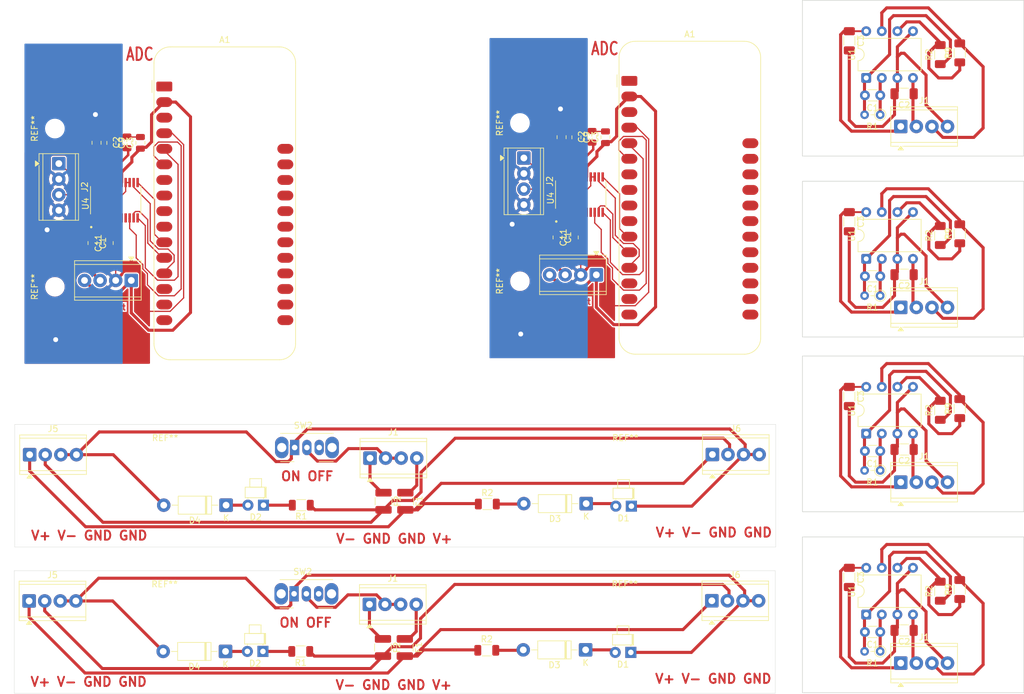
<source format=kicad_pcb>
(kicad_pcb (version 20241229) (generator "pcbnew") (generator_version "9.0")
  (layers (0 "F.Cu" signal) (2 "B.Cu" signal) (13 "F.Paste" user) (15 "B.Paste" user) (5 "F.SilkS" user "F.Silkscreen") (7 "B.SilkS" user "B.Silkscreen") (1 "F.Mask" user) (3 "B.Mask" user) (25 "Edge.Cuts" user))
  (net 0 "")
  (net 1 "Net-(J1-Pin_1)")
  (net 2 "Net-(J1-Pin_4)")
  (net 3 "GND")
  (net 4 "Net-(D2-A)")
  (net 5 "-BATT")
  (net 6 "Net-(D2-K)")
  (net 7 "Net-(D3-A)")
  (net 8 "Net-(J1-Pin_2)")
  (net 9 "Net-(D1-A)")
  (net 10 "+BATT")
  (net 12 "Net-(U4-REF)")
  (net 13 "Net-(U4-REFCAP)")
  (net 14 "/MOSI")
  (net 15 "/SCK")
  (net 16 "/~{CS}")
  (net 17 "/MISO")
  (net 18 "Net-(J2-Pin_3)")
  (net 19 "Net-(J2-Pin_1)")
  (net 20 "+5V")
  (net 21 "/SSTRB")
  (net 48 "Net-(C1-Pad2)")
  (net 49 "Net-(U1A--)")
  (net 50 "-9V")
  (net 51 "+9V")
  (net 52 "Net-(J1-Pin_3)")
  (net 53 "Net-(U1B--)")
  (footprint "Capacitor_SMD:C_0805_2012Metric" (layer "F.Cu") (at 68.388 92.582 90)
    (property "Reference" "C11")
    (property "Value" "100n")
  )
  (footprint "Resistor_SMD:R_1206_3216Metric_Pad1.30x1.75mm_HandSolder" (layer "F.Cu") (at 207.063 91.072 90)
    (property "Reference" "R9")
    (property "Value" "1k")
  )
  (footprint "Resistor_THT:R_Axial_DIN0204_L3.6mm_D1.6mm_P2.54mm_Vertical" (layer "F.Cu") (at 194.099 101.162 180)
    (property "Reference" "R1")
    (property "Value" "5M")
  )
  (footprint "MountingHole:MountingHole_2.7mm_M2.5_DIN965" (layer "F.Cu") (at 135.402 98.80588 90)
    (property "Reference" "REF**")
    (property "Value" "MountingHole_2.7mm_M2.5_DIN965")
  )
  (footprint "Capacitor_SMD:C_0805_2012Metric" (layer "F.Cu") (at 144.602462 75.33948 -90)
    (property "Reference" "C9")
    (property "Value" "100n" (hide yes))
  )
  (footprint "LED_THT:LED_D1.8mm_W1.8mm_H2.4mm_Horizontal_O1.27mm_Z1.6mm" (layer "F.Cu") (at 93.614 135.322 180)
    (property "Reference" "D2")
    (property "Value" "LED")
  )
  (footprint "Capacitor_SMD:C_0805_2012Metric" (layer "F.Cu") (at 73.559462 76.242748 90)
    (property "Reference" "C3")
    (property "Value" "100n")
  )
  (footprint "Capacitor_SMD:C_0805_2012Metric" (layer "F.Cu") (at 71.365462 76.170748 90)
    (property "Reference" "C2")
    (property "Value" "100n")
  )
  (footprint "MountingHole:MountingHole_2.7mm_M2.5_DIN965" (layer "F.Cu") (at 77.59 127.652)
    (property "Reference" "REF**")
    (property "Value" "MountingHole_2.7mm_M2.5_DIN965")
  )
  (footprint "Diode_THT:D_DO-41_SOD81_P10.16mm_Horizontal" (layer "F.Cu") (at 87.428 159.17 180)
    (property "Reference" "D4")
    (property "Value" "1N4001")
  )
  (footprint "MountingHole:MountingHole_2.7mm_M2.5_DIN965" (layer "F.Cu") (at 152.59 127.652)
    (property "Reference" "REF**")
    (property "Value" "MountingHole_2.7mm_M2.5_DIN965")
  )
  (footprint "Capacitor_SMD:C_0805_2012Metric" (layer "F.Cu") (at 142.189462 75.318228 -90)
    (property "Reference" "C8" (hide yes))
    (property "Value" "1u")
  )
  (footprint "Capacitor_SMD:C_1206_3216Metric_Pad1.33x1.80mm_HandSolder" (layer "F.Cu") (at 197.9975 97.74 180)
    (property "Reference" "C2")
    (property "Value" "100n")
  )
  (footprint "TerminalBlock_Phoenix:TerminalBlock_Phoenix_MPT-0,5-4-2.54_1x04_P2.54mm_Horizontal" (layer "F.Cu") (at 60.264 79.624 -90)
    (property "Reference" "J2")
    (property "Value" "Screw_Terminal_01x04" (hide yes))
  )
  (footprint "Resistor_SMD:R_1206_3216Metric_Pad1.30x1.75mm_HandSolder" (layer "F.Cu") (at 203.888 91.352 90)
    (property "Reference" "R2")
    (property "Value" "1k")
  )
  (footprint "MountingHole:MountingHole_2.7mm_M2.5_DIN965" (layer "F.Cu") (at 77.5 151.5)
    (property "Reference" "REF**")
    (property "Value" "MountingHole_2.7mm_M2.5_DIN965")
  )
  (footprint "Resistor_SMD:R_1206_3216Metric_Pad1.30x1.75mm_HandSolder" (layer "F.Cu") (at 207.063 119.572 90)
    (property "Reference" "R9")
    (property "Value" "1k")
  )
  (footprint "MountingHole:MountingHole_2.7mm" (layer "F.Cu") (at 184.48 95.454 90)
    (property "Reference" "REF**" (hide yes))
    (property "Value" "MountingHole_2.7mm" (hide yes))
  )
  (footprint "Resistor_THT:R_Axial_DIN0204_L3.6mm_D1.6mm_P2.54mm_Vertical" (layer "F.Cu") (at 194.099 71.662 180)
    (property "Reference" "R1")
    (property "Value" "5M")
  )
  (footprint "Resistor_SMD:R_1206_3216Metric_Pad1.30x1.75mm_HandSolder" (layer "F.Cu") (at 207.063 61.572 90)
    (property "Reference" "R9")
    (property "Value" "1k")
  )
  (footprint "Capacitor_THT:C_Disc_D3.0mm_W1.6mm_P2.50mm" (layer "F.Cu") (at 194.109 126.494 180)
    (property "Reference" "C1")
    (property "Value" "1n")
  )
  (footprint "LED_THT:LED_D1.8mm_W1.8mm_H2.4mm_Horizontal_O1.27mm_Z1.6mm" (layer "F.Cu") (at 153.558 135.483 180)
    (property "Reference" "D1")
    (property "Value" "LED")
  )
  (footprint "TerminalBlock_Phoenix:TerminalBlock_Phoenix_MPT-0,5-4-2.54_1x04_P2.54mm_Horizontal" (layer "F.Cu") (at 55.424 150.9404)
    (property "Reference" "J5")
    (property "Value" "Screw_Terminal_01x04")
  )
  (footprint "MountingHole:MountingHole_2.7mm_M2.5_DIN965" (layer "F.Cu") (at 135.402 72.99948 90)
    (property "Reference" "REF**")
    (property "Value" "MountingHole_2.7mm_M2.5_DIN965")
  )
  (footprint "Resistor_SMD:R_1206_3216Metric_Pad1.30x1.75mm_HandSolder" (layer "F.Cu") (at 203.888 149.352 90)
    (property "Reference" "R2")
    (property "Value" "1k")
  )
  (footprint "Fuse:Fuse_1210_3225Metric" (layer "F.Cu") (at 116.728 134.684 -90)
    (property "Reference" "F1")
    (property "Value" "Fuse")
  )
  (footprint "Max1032:SOP65P640X110-24N" (layer "F.Cu") (at 69.531 85.597 90)
    (property "Reference" "U4")
    (property "Value" "MAX1032BEUG_" (hide yes))
  )
  (footprint "TerminalBlock_Phoenix:TerminalBlock_Phoenix_MPT-0,5-4-2.54_1x04_P2.54mm_Horizontal" (layer "F.Cu") (at 110.88 151.5)
    (property "Reference" "J1")
    (property "Value" "Screw_Terminal_01x04")
  )
  (footprint "LED_THT:LED_D1.8mm_W1.8mm_H2.4mm_Horizontal_O1.27mm_Z1.6mm" (layer "F.Cu") (at 153.468 159.331 180)
    (property "Reference" "D1")
    (property "Value" "LED")
  )
  (footprint "Resistor_THT:R_Axial_DIN0204_L3.6mm_D1.6mm_P2.54mm_Vertical" (layer "F.Cu") (at 194.099 159.162 180)
    (property "Reference" "R1")
    (property "Value" "5M")
  )
  (footprint "Capacitor_SMD:C_1206_3216Metric_Pad1.33x1.80mm_HandSolder" (layer "F.Cu") (at 189.069 147.104 -90)
    (property "Reference" "C3")
    (property "Value" "100n")
  )
  (footprint "TerminalBlock_Phoenix:TerminalBlock_Phoenix_MPT-0,5-4-2.54_1x04_P2.54mm_Horizontal" (layer "F.Cu") (at 72.071 98.678 180)
    (property "Reference" "J1" (hide yes))
    (property "Value" "Screw_Terminal_01x04" (hide yes))
  )
  (footprint "Fuse:Fuse_1210_3225Metric" (layer "F.Cu") (at 113.172 134.684 -90)
    (property "Reference" "F2")
    (property "Value" "Fuse")
  )
  (footprint "Button_Switch_THT:SW_Slide_SPDT_Angled_CK_OS102011MA1Q" (layer "F.Cu") (at 98.6 149.772)
    (property "Reference" "SW2")
    (property "Value" "SW_SPDT_321")
  )
  (footprint "Capacitor_SMD:C_0805_2012Metric" (layer "F.Cu") (at 149.336462 75.329228 90)
    (property "Reference" "C3")
    (property "Value" "100n")
  )
  (footprint "MountingHole:MountingHole_2.7mm" (layer "F.Cu") (at 214.325 123.827 90)
    (property "Reference" "REF**" (hide yes))
    (property "Value" "MountingHole_2.7mm" (hide yes))
  )
  (footprint "TerminalBlock_Phoenix:TerminalBlock_Phoenix_MPT-0,5-4-2.54_1x04_P2.54mm_Horizontal" (layer "F.Cu") (at 197.451 161.074)
    (property "Reference" "J1")
    (property "Value" "Screw_Terminal_01x04")
  )
  (footprint "LED_THT:LED_D1.8mm_W1.8mm_H2.4mm_Horizontal_O1.27mm_Z1.6mm" (layer "F.Cu") (at 93.524 159.17 180)
    (property "Reference" "D2")
    (property "Value" "LED")
  )
  (footprint "Capacitor_SMD:C_0805_2012Metric" (layer "F.Cu") (at 147.142462 75.257228 90)
    (property "Reference" "C2")
    (property "Value" "100n")
  )
  (footprint "TerminalBlock_Phoenix:TerminalBlock_Phoenix_MPT-0,5-4-2.54_1x04_P2.54mm_Horizontal" (layer "F.Cu") (at 147.848 97.76448 180)
    (property "Reference" "J1" (hide yes))
    (property "Value" "Screw_Terminal_01x04" (hide yes))
  )
  (footprint "MountingHole:MountingHole_2.7mm" (layer "F.Cu") (at 184.48 123.954 90)
    (property "Reference" "REF**" (hide yes))
    (property "Value" "MountingHole_2.7mm" (hide yes))
  )
  (footprint "MountingHole:MountingHole_2.7mm_M2.5_DIN965" (layer "F.Cu") (at 59.625 99.7194 90)
    (property "Reference" "REF**")
    (property "Value" "MountingHole_2.7mm_M2.5_DIN965")
  )
  (footprint "MountingHole:MountingHole_2.7mm" (layer "F.Cu") (at 184.48 153.454 90)
    (property "Reference" "REF**" (hide yes))
    (property "Value" "MountingHole_2.7mm" (hide yes))
  )
  (footprint "Resistor_SMD:R_1206_3216Metric" (layer "F.Cu") (at 129.995901 158.987427)
    (property "Reference" "R2")
    (property "Value" "1k")
  )
  (footprint "Max1032:SOP65P640X110-24N" (layer "F.Cu") (at 145.308 84.68348 90)
    (property "Reference" "U4")
    (property "Value" "MAX1032BEUG_" (hide yes))
  )
  (footprint "TerminalBlock_Phoenix:TerminalBlock_Phoenix_MPT-0,5-4-2.54_1x04_P2.54mm_Horizontal" (layer "F.Cu") (at 197.451 131.574)
    (property "Reference" "J1")
    (property "Value" "Screw_Terminal_01x04")
  )
  (footprint "Button_Switch_THT:SW_Slide_SPDT_Angled_CK_OS102011MA1Q" (layer "F.Cu") (at 98.69 125.924)
    (property "Reference" "SW2")
    (property "Value" "SW_SPDT_321")
  )
  (footprint "MountingHole:MountingHole_2.7mm_M2.5_DIN965" (layer "F.Cu") (at 59.625 73.913 90)
    (property "Reference" "REF**")
    (property "Value" "MountingHole_2.7mm_M2.5_DIN965")
  )
  (footprint "Resistor_THT:R_Axial_DIN0204_L3.6mm_D1.6mm_P2.54mm_Vertical" (layer "F.Cu") (at 194.099 129.662 180)
    (property "Reference" "R1")
    (property "Value" "5M")
  )
  (footprint "TerminalBlock_Phoenix:TerminalBlock_Phoenix_MPT-0,5-4-2.54_1x04_P2.54mm_Horizontal" (layer "F.Cu") (at 197.451 73.574)
    (property "Reference" "J1")
    (property "Value" "Screw_Terminal_01x04")
  )
  (footprint "Diode_THT:D_DO-41_SOD81_P10.16mm_Horizontal" (layer "F.Cu") (at 146.192 135.068 180)
    (property "Reference" "D3")
    (property "Value" "1N4001")
  )
  (footprint "Resistor_SMD:R_1206_3216Metric_Pad1.30x1.75mm_HandSolder" (layer "F.Cu") (at 203.888 119.852 90)
    (property "Reference" "R2")
    (property "Value" "1k")
  )
  (footprint "MountingHole:MountingHole_2.7mm" (layer "F.Cu") (at 214.325 95.327 90)
    (property "Reference" "REF**" (hide yes))
    (property "Value" "MountingHole_2.7mm" (hide yes))
  )
  (footprint "Resistor_SMD:R_1206_3216Metric_Pad1.30x1.75mm_HandSolder" (layer "F.Cu") (at 203.888 61.852 90)
    (property "Reference" "R2")
    (property "Value" "1k")
  )
  (footprint "Fuse:Fuse_1210_3225Metric" (layer "F.Cu") (at 116.638 158.532 -90)
    (property "Reference" "F1")
    (property "Value" "Fuse")
  )
  (footprint "Capacitor_SMD:C_1206_3216Metric_Pad1.33x1.80mm_HandSolder" (layer "F.Cu") (at 189.069 59.604 -90)
    (property "Reference" "C3")
    (property "Value" "100n")
  )
  (footprint "Capacitor_SMD:C_1206_3216Metric_Pad1.33x1.80mm_HandSolder" (layer "F.Cu") (at 197.9975 68.24 180)
    (property "Reference" "C2")
    (property "Value" "100n")
  )
  (footprint "Resistor_SMD:R_1206_3216Metric" (layer "F.Cu") (at 99.6815 159.17 180)
    (property "Reference" "R1")
    (property "Value" "1k")
  )
  (footprint "Adafruit:Adafruit_Feather_NTHP" (layer "F.Cu") (at 152.928 66.14148)
    (property "Reference" "A1")
    (property "Value" "Adafruit_Feather_Generic")
  )
  (footprint "MountingHole:MountingHole_2.7mm" (layer "F.Cu") (at 214.325 153.327 90)
    (property "Reference" "REF**" (hide yes))
    (property "Value" "MountingHole_2.7mm" (hide yes))
  )
  (footprint "Capacitor_SMD:C_1206_3216Metric_Pad1.33x1.80mm_HandSolder" (layer "F.Cu") (at 197.9975 155.74 180)
    (property "Reference" "C2")
    (property "Value" "100n")
  )
  (footprint "Package_DIP:DIP-8_W7.62mm" (layer "F.Cu") (at 191.823 123.657 90)
    (property "Reference" "U1")
    (property "Value" "LMC6082")
  )
  (footprint "Diode_THT:D_DO-41_SOD81_P10.16mm_Horizontal" (layer "F.Cu") (at 87.518 135.322 180)
    (property "Reference" "D4")
    (property "Value" "1N4001")
  )
  (footprint "TerminalBlock_Phoenix:TerminalBlock_Phoenix_MPT-0,5-4-2.54_1x04_P2.54mm_Horizontal" (layer "F.Cu") (at 110.97 127.652)
    (property "Reference" "J1")
    (property "Value" "Screw_Terminal_01x04")
  )
  (footprint "Capacitor_SMD:C_1206_3216Metric_Pad1.33x1.80mm_HandSolder" (layer "F.Cu") (at 189.069 89.104 -90)
    (property "Reference" "C3")
    (property "Value" "100n")
  )
  (footprint "Capacitor_SMD:C_0805_2012Metric" (layer "F.Cu") (at 68.825462 76.253 -90)
    (property "Reference" "C9")
    (property "Value" "100n" (hide yes))
  )
  (footprint "Capacitor_THT:C_Disc_D3.0mm_W1.6mm_P2.50mm" (layer "F.Cu") (at 194.109 97.994 180)
    (property "Reference" "C1")
    (property "Value" "1n")
  )
  (footprint "Package_DIP:DIP-8_W7.62mm" (layer "F.Cu") (at 191.823 65.657 90)
    (property "Reference" "U1")
    (property "Value" "LMC6082")
  )
  (footprint "TerminalBlock_Phoenix:TerminalBlock_Phoenix_MPT-0,5-4-2.54_1x04_P2.54mm_Horizontal" (layer "F.Cu") (at 136.041 78.71048 -90)
    (property "Reference" "J2")
    (property "Value" "Screw_Terminal_01x04" (hide yes))
  )
  (footprint "Diode_THT:D_DO-41_SOD81_P10.16mm_Horizontal" (layer "F.Cu") (at 146.102 158.916 180)
    (property "Reference" "D3")
    (property "Value" "1N4001")
  )
  (footprint "Capacitor_SMD:C_1206_3216Metric_Pad1.33x1.80mm_HandSolder" (layer "F.Cu") (at 197.9975 126.24 180)
    (property "Reference" "C2")
    (property "Value" "100n")
  )
  (footprint "Resistor_SMD:R_1206_3216Metric" (layer "F.Cu") (at 130.085901 135.139427)
    (property "Reference" "R2")
    (property "Value" "1k")
  )
  (footprint "Capacitor_THT:C_Disc_D3.0mm_W1.6mm_P2.50mm" (layer "F.Cu") (at 194.109 155.994 180)
    (property "Reference" "C1")
    (property "Value" "1n")
  )
  (footprint "MountingHole:MountingHole_2.7mm" (layer "F.Cu") (at 184.48 65.954 90)
    (property "Reference" "REF**" (hide yes))
    (property "Value" "MountingHole_2.7mm" (hide yes))
  )
  (footprint "Package_DIP:DIP-8_W7.62mm" (layer "F.Cu") (at 191.823 95.157 90)
    (property "Reference" "U1")
    (property "Value" "LMC6082")
  )
  (footprint "Capacitor_SMD:C_0805_2012Metric" (layer "F.Cu") (at 141.5365 91.66848 -90)
    (property "Reference" "C1")
    (property "Value" "100n")
  )
  (footprint "Capacitor_SMD:C_0805_2012Metric" (layer "F.Cu") (at 65.7595 92.582 -90)
    (property "Reference" "C1")
    (property "Value" "100n")
  )
  (footprint "Adafruit:Adafruit_Feather_NTHP" (layer "F.Cu") (at 77.151 67.055)
    (property "Reference" "A1")
    (property "Value" "Adafruit_Feather_Generic")
  )
  (footprint "Capacitor_THT:C_Disc_D3.0mm_W1.6mm_P2.50mm" (layer "F.Cu") (at 194.109 68.494 180)
    (property "Reference" "C1")
    (property "Value" "1n")
  )
  (footprint "MountingHole:MountingHole_2.7mm_M2.5_DIN965" (layer "F.Cu") (at 152.5 151.5)
    (property "Reference" "REF**")
    (property "Value" "MountingHole_2.7mm_M2.5_DIN965")
  )
  (footprint "Resistor_SMD:R_1206_3216Metric_Pad1.30x1.75mm_HandSolder" (layer "F.Cu") (at 207.063 149.072 90)
    (property "Reference" "R9")
    (property "Value" "1k")
  )
  (footprint "TerminalBlock_Phoenix:TerminalBlock_Phoenix_MPT-0,5-4-2.54_1x04_P2.54mm_Horizontal" (layer "F.Cu") (at 166.671 150.9095)
    (property "Reference" "J6")
    (property "Value" "Screw_Terminal_01x04")
  )
  (footprint "Fuse:Fuse_1210_3225Metric" (layer "F.Cu") (at 113.082 158.532 -90)
    (property "Reference" "F2")
    (property "Value" "Fuse")
  )
  (footprint "Capacitor_SMD:C_1206_3216Metric_Pad1.33x1.80mm_HandSolder" (layer "F.Cu") (at 189.069 117.604 -90)
    (property "Reference" "C3")
    (property "Value" "100n")
  )
  (footprint "Package_DIP:DIP-8_W7.62mm" (layer "F.Cu") (at 191.823 153.157 90)
    (property "Reference" "U1")
    (property "Value" "LMC6082")
  )
  (footprint "TerminalBlock_Phoenix:TerminalBlock_Phoenix_MPT-0,5-4-2.54_1x04_P2.54mm_Horizontal" (layer "F.Cu") (at 197.451 103.074)
    (property "Reference" "J1")
    (property "Value" "Screw_Terminal_01x04")
  )
  (footprint "MountingHole:MountingHole_2.7mm" (layer "F.Cu") (at 214.325 65.827 90)
    (property "Reference" "REF**" (hide yes))
    (property "Value" "MountingHole_2.7mm" (hide yes))
  )
  (footprint "TerminalBlock_Phoenix:TerminalBlock_Phoenix_MPT-0,5-4-2.54_1x04_P2.54mm_Horizontal" (layer "F.Cu") (at 166.761 127.0615)
    (property "Reference" "J6")
    (property "Value" "Screw_Terminal_01x04")
  )
  (footprint "Capacitor_SMD:C_0805_2012Metric" (layer "F.Cu") (at 66.412462 76.231748 -90)
    (property "Reference" "C8" (hide yes))
    (property "Value" "1u")
  )
  (footprint "Resistor_SMD:R_1206_3216Metric" (layer "F.Cu") (at 99.7715 135.322 180)
    (property "Reference" "R1")
    (property "Value" "1k")
  )
  (footprint "Capacitor_SMD:C_0805_2012Metric" (layer "F.Cu") (at 144.165 91.66848 90)
    (property "Reference" "C11")
    (property "Value" "100n")
  )
  (footprint "TerminalBlock_Phoenix:TerminalBlock_Phoenix_MPT-0,5-4-2.54_1x04_P2.54mm_Horizontal" (layer "F.Cu") (at 55.514 127.0924)
    (property "Reference" "J5")
    (property "Value" "Screw_Terminal_01x04")
  )
  (gr_rect (start 181.432 53) (end 217.5 78.4) (stroke (width 0.1)) (fill no) (layer "Edge.Cuts"))
  (gr_rect (start 181.432 140.5) (end 217.5 165.9) (stroke (width 0.1)) (fill no) (layer "Edge.Cuts"))
  (gr_line (start 177 146) (end 177 166) (stroke (width 0.05)) (layer "Edge.Cuts"))
  (gr_line (start 53 146) (end 177 146) (stroke (width 0.05)) (layer "Edge.Cuts"))
  (gr_line (start 177 166) (end 53 166) (stroke (width 0.05)) (layer "Edge.Cuts"))
  (gr_line (start 177.09 142.152) (end 53.09 142.152) (stroke (width 0.05)) (layer "Edge.Cuts"))
  (gr_line (start 177.09 122.152) (end 177.09 142.152) (stroke (width 0.05)) (layer "Edge.Cuts"))
  (gr_rect (start 181.432 111) (end 217.5 136.4) (stroke (width 0.1)) (fill no) (layer "Edge.Cuts"))
  (gr_line (start 53.09 122.152) (end 177.09 122.152) (stroke (width 0.05)) (layer "Edge.Cuts"))
  (gr_line (start 53.09 142.152) (end 53.09 122.152) (stroke (width 0.05)) (layer "Edge.Cuts"))
  (gr_rect (start 181.432 82.5) (end 217.5 107.9) (stroke (width 0.1)) (fill no) (layer "Edge.Cuts"))
  (gr_line (start 53 166) (end 53 146) (stroke (width 0.05)) (layer "Edge.Cuts"))
  (gr_text "V- GND GND V+\n" (at 105.298 141.672 0) (layer "F.Cu") (effects (font (size 1.5 1.5) (thickness 0.3) (bold yes)) (justify left bottom)))
  (gr_text "Electrometer ADC\nv3.5\n9/17/2025" (at 55.18 69.595 0) (layer "F.Cu") (effects (font (size 2.05 1.55) (thickness 0.3)) (justify left bottom)))
  (gr_text "ON OFF\n" (at 96.318 131.484 0) (layer "F.Cu") (effects (font (size 1.5 1.5) (thickness 0.3) (bold yes)) (justify left bottom)))
  (gr_text "Batt 5V GND Batt\n" (at 60.387 103.631 0) (layer "F.Cu") (effects (font (size 1 0.8) (thickness 0.2) (bold yes)) (justify left bottom)))
  (gr_text "GND Input GND Input\n" (at 56.323 88.391 90) (layer "F.Cu") (effects (font (size 0.6 0.6) (thickness 0.15) (bold yes)) (justify left bottom)))
  (gr_text "V+ V- GND GND" (at 157.368 140.652 0) (layer "F.Cu") (effects (font (size 1.5 1.5) (thickness 0.3) (bold yes)) (justify left bottom)))
  (gr_text "V+ V- GND GND\n" (at 55.5 165 0) (layer "F.Cu") (effects (font (size 1.5 1.5) (thickness 0.3) (bold yes)) (justify left bottom)))
  (gr_text "Electrometer ADC\nv3.5\n9/17/2025" (at 130.957 68.68148 0) (layer "F.Cu") (effects (font (size 2.05 1.55) (thickness 0.3)) (justify left bottom)))
  (gr_text "Batt 5V GND Batt\n" (at 136.164 102.71748 0) (layer "F.Cu") (effects (font (size 1 0.8) (thickness 0.2) (bold yes)) (justify left bottom)))
  (gr_text "V+ V- GND GND" (at 157.278 164.5 0) (layer "F.Cu") (effects (font (size 1.5 1.5) (thickness 0.3) (bold yes)) (justify left bottom)))
  (gr_text "GND Input GND Input\n" (at 132.1 87.47748 90) (layer "F.Cu") (effects (font (size 0.6 0.6) (thickness 0.15) (bold yes)) (justify left bottom)))
  (gr_text "V+ V- GND GND\n" (at 55.59 141.152 0) (layer "F.Cu") (effects (font (size 1.5 1.5) (thickness 0.3) (bold yes)) (justify left bottom)))
  (gr_text "ON OFF\n" (at 96.064 155.36 0) (layer "F.Cu") (effects (font (size 1.5 1.5) (thickness 0.3) (bold yes)) (justify left bottom)))
  (gr_text "V- GND GND V+\n" (at 105.208 165.52 0) (layer "F.Cu") (effects (font (size 1.5 1.5) (thickness 0.3) (bold yes)) (justify left bottom)))
  (segment (start 110.97 131.342) (end 112.912 133.284) (width 0.5) (layer "F.Cu") (net 1))
  (segment (start 110.88 155.19) (end 112.822 157.132) (width 0.5) (layer "F.Cu") (net 1))
  (segment (start 112.912 133.284) (end 113.172 133.284) (width 0.5) (layer "F.Cu") (net 1))
  (segment (start 110.88 151.5) (end 110.88 155.19) (width 0.5) (layer "F.Cu") (net 1))
  (segment (start 110.97 127.652) (end 110.97 131.342) (width 0.5) (layer "F.Cu") (net 1))
  (segment (start 112.822 157.132) (end 113.082 157.132) (width 0.5) (layer "F.Cu") (net 1))
  (segment (start 117.29611 157.132) (end 116.638 157.132) (width 0.5) (layer "F.Cu") (net 2))
  (segment (start 118.5 155.92811) (end 117.29611 157.132) (width 0.5) (layer "F.Cu") (net 2))
  (segment (start 118.59 132.08011) (end 117.38611 133.284) (width 0.5) (layer "F.Cu") (net 2))
  (segment (start 118.5 151.5) (end 118.5 155.92811) (width 0.5) (layer "F.Cu") (net 2))
  (segment (start 117.38611 133.284) (end 116.728 133.284) (width 0.5) (layer "F.Cu") (net 2))
  (segment (start 118.59 127.652) (end 118.59 132.08011) (width 0.5) (layer "F.Cu") (net 2))
  (segment (start 146.933 81.79848) (end 146.933 83.259) (width 0.2) (layer "F.Cu") (net 3))
  (segment (start 63.134 127.0924) (end 66.8424 123.384) (width 0.5) (layer "F.Cu") (net 3))
  (segment (start 90.82 123.384) (end 95.646 128.21) (width 0.5) (layer "F.Cu") (net 3))
  (segment (start 196.903 123.657) (end 196.903 120.232) (width 0.5) (layer "F.Cu") (net 3))
  (segment (start 66.7524 147.232) (end 90.73 147.232) (width 0.5) (layer "F.Cu") (net 3))
  (segment (start 141.733 81.79848) (end 142.227 81.79848) (width 0.2) (layer "F.Cu") (net 3))
  (segment (start 201.576 123.192) (end 198.02 119.636) (width 0.5) (layer "F.Cu") (net 3))
  (segment (start 172.01 149.264) (end 172.01 150.6505) (width 0.5) (layer "F.Cu") (net 3))
  (segment (start 98.154 125.524) (end 100.775 122.903) (width 0.5) (layer "F.Cu") (net 3))
  (segment (start 197.499 91.136) (end 196.903 91.732) (width 0.5) (layer "F.Cu") (net 3))
  (segment (start 196.903 95.157) (end 196.903 97.272) (width 0.5) (layer "F.Cu") (net 3))
  (segment (start 198.02 61.636) (end 197.499 61.636) (width 0.5) (layer "F.Cu") (net 3))
  (segment (start 197.499 61.636) (end 196.903 62.232) (width 0.5) (layer "F.Cu") (net 3))
  (segment (start 97.678 128.21) (end 98.154 127.734) (width 0.5) (layer "F.Cu") (net 3))
  (segment (start 63.134 127.0924) (end 60.791 127.0924) (width 0.5) (layer "F.Cu") (net 3))
  (segment (start 201.576 157.579) (end 201.576 152.692) (width 0.5) (layer "F.Cu") (net 3))
  (segment (start 61.467 78.223) (end 59.17884 78.223) (width 0.2) (layer "F.Cu") (net 3))
  (segment (start 97.588 152.058) (end 98.064 151.582) (width 0.5) (layer "F.Cu") (net 3))
  (segment (start 163.3295 159.331) (end 153.468 159.331) (width 0.5) (layer "F.Cu") (net 3))
  (segment (start 147.081462 74.368228) (end 147.142462 74.307228) (width 0.2) (layer "F.Cu") (net 3))
  (segment (start 98.064 151.582) (end 98.064 149.372) (width 0.5) (layer "F.Cu") (net 3))
  (segment (start 189.069 102.058) (end 189.069 90.6665) (width 0.5) (layer "F.Cu") (net 3))
  (segment (start 80.6 76.5409) (end 80.6 101.523049) (width 0.2) (layer "F.Cu") (net 3))
  (segment (start 65.34 76.35421) (end 65.34 78.7981) (width 0.2) (layer "F.Cu") (net 3))
  (segment (start 205.071 131.574) (end 201.576 128.079) (width 0.5) (layer "F.Cu") (net 3))
  (segment (start 194.513 73.574) (end 190.085 73.574) (width 0.5) (layer "F.Cu") (net 3))
  (segment (start 163.4195 135.483) (end 153.558 135.483) (width 0.5) (layer "F.Cu") (net 3))
  (segment (start 196.903 65.657) (end 196.903 67.772) (width 0.5) (layer "F.Cu") (net 3))
  (segment (start 142.189462 74.368228) (end 147.081462 74.368228) (width 0.2) (layer "F.Cu") (net 3))
  (segment (start 134.64 82.65148) (end 136.041 81.25048) (width 0.2) (layer "F.Cu") (net 3))
  (segment (start 59.17884 78.223) (end 58.863 78.53884) (width 0.2) (layer "F.Cu") (net 3))
  (segment (start 205.071 161.074) (end 201.576 157.579) (width 0.5) (layer "F.Cu") (net 3))
  (segment (start 201.576 152.692) (end 198.02 149.136) (width 0.5) (layer "F.Cu") (net 3))
  (segment (start 67.238 85.59) (end 66.606 84.958) (width 0.2) (layer "F.Cu") (net 3))
  (segment (start 149.336462 74.379228) (end 147.214462 74.379228) (width 0.2) (layer "F.Cu") (net 3))
  (segment (start 198.02 91.136) (end 197.499 91.136) (width 0.5) (layer "F.Cu") (net 3))
  (segment (start 63.044 150.9404) (end 66.7524 147.232) (width 0.5) (layer "F.Cu") (net 3))
  (segment (start 150.346 102.80248) (end 149.249 101.70548) (width 0.2) (layer "F.Cu") (net 3))
  (segment (start 145.308 97.76448) (end 145.308 93.76148) (width 0.2) (layer "F.Cu") (net 3))
  (segment (start 147.583 81.79848) (end 146.933 81.79848) (width 0.2) (layer "F.Cu") (net 3))
  (segment (start 100.685 146.751) (end 169.497 146.751) (width 0.5) (layer "F.Cu") (net 3))
  (segment (start 73.472 102.619) (end 73.472 97.158) (width 0.2) (layer "F.Cu") (net 3))
  (segment (start 65.34 78.7981) (end 67.906 81.3641) (width 0.2) (layer "F.Cu") (net 3))
  (segment (start 134.64 77.62532) (end 134.64 79.84948) (width 0.2) (layer "F.Cu") (net 3))
  (segment (start 196.903 91.732) (end 196.903 90.077) (width 0.5) (layer "F.Cu") (net 3))
  (segment (start 196.903 65.657) (end 196.903 62.232) (width 0.5) (layer "F.Cu") (net 3))
  (segment (start 143.015 84.67648) (end 142.383 84.04448) (width 0.2) (layer "F.Cu") (net 3))
  (segment (start 172.01 150.6505) (end 171.751 150.9095) (width 0.5) (layer "F.Cu") (net 3))
  (segment (start 90.73 147.232) (end 95.556 152.058) (width 0.5) (layer "F.Cu") (net 3))
  (segment (start 196.903 153.157) (end 196.903 149.732) (width 0.5) (layer "F.Cu") (net 3))
  (segment (start 141.117 77.88458) (end 143.683 80.45058) (width 0.2) (layer "F.Cu") (net 3))
  (segment (start 156.377 100.609529) (end 154.184049 102.80248) (width 0.2) (layer "F.Cu") (net 3))
  (segment (start 63.044 150.9404) (end 60.701 150.9404) (width 0.5) (layer "F.Cu") (net 3))
  (segment (start 198.02 149.136) (end 197.499 149.136) (width 0.5) (layer "F.Cu") (net 3))
  (segment (start 69.531 98.678) (end 69.531 94.675) (width 0.2) (layer "F.Cu") (net 3))
  (segment (start 147.214462 74.379228) (end 147.142462 74.307228) (width 0.2) (layer "F.Cu") (net 3))
  (segment (start 172.1 125.416) (end 172.1 126.8025) (width 0.5) (layer "F.Cu") (net 3))
  (segment (start 196.435 101.152) (end 194.513 103.074) (width 0.5) (layer "F.Cu") (net 3))
  (segment (start 198.02 119.636) (end 197.499 119.636) (width 0.5) (layer "F.Cu") (net 3))
  (segment (start 196.435 155.74) (end 196.435 159.152) (width 0.5) (layer "F.Cu") (net 3))
  (segment (start 154.184049 102.80248) (end 150.346 102.80248) (width 0.2) (layer "F.Cu") (net 3))
  (segment (start 71.156 82.712) (end 71.156 84.17252) (width 0.2) (layer "F.Cu") (net 3))
  (segment (start 196.903 120.232) (end 196.903 118.577) (width 0.5) (layer "F.Cu") (net 3))
  (segment (start 71.182 97.027) (end 69.531 98.678) (width 0.2) (layer "F.Cu") (net 3))
  (segment (start 171.751 150.9095) (end 174.291 150.9095) (width 0.5) (layer "F.Cu") (net 3))
  (segment (start 196.435 126.24) (end 196.435 129.652) (width 0.5) (layer "F.Cu") (net 3))
  (segment (start 67.906 81.3641) (end 67.906 82.712) (width 0.2) (layer "F.Cu") (net 3))
  (segment (start 145.308 93.76148) (end 144.165 92.61848) (width 0.2) (layer "F.Cu") (net 3))
  (segment (start 142.383 84.04448) (end 142.383 81.79848) (width 0.2) (layer "F.Cu") (net 3))
  (segment (start 69.0384 150.9404) (end 77.268 159.17) (width 0.5) (layer "F.Cu") (net 3))
  (segment (start 201.576 70.079) (end 201.576 65.192) (width 0.5) (layer "F.Cu") (net 3))
  (segment (start 58.863 83.565) (end 60.264 82.164) (width 0.2) (layer "F.Cu") (net 3))
  (segment (start 63.134 127.0924) (end 69.1284 127.0924) (width 0.5) (layer "F.Cu") (net 3))
  (segment (start 71.806 82.712) (end 71.156 82.712) (width 0.2) (layer "F.Cu") (net 3))
  (segment (start 196.903 67.772) (end 196.435 68.24) (width 0.5) (layer "F.Cu") (net 3))
  (segment (start 137.244 77.30948) (end 134.95584 77.30948) (width 0.2) (layer "F.Cu") (net 3))
  (segment (start 141.733 81.79848) (end 137.244 77.30948) (width 0.2) (layer "F.Cu") (net 3))
  (segment (start 98.064 149.372) (end 100.685 146.751) (width 0.5) (layer "F.Cu") (net 3))
  (segment (start 196.903 62.232) (end 196.903 60.577) (width 0.5) (layer "F.Cu") (net 3))
  (segment (start 205.071 103.074) (end 201.576 99.579) (width 0.5) (layer "F.Cu") (net 3))
  (segment (start 141.5365 92.61848) (end 144.165 92.61848) (width 0.2) (layer "F.Cu") (net 3))
  (segment (start 201.576 128.079) (end 201.576 123.192) (width 0.5) (layer "F.Cu") (net 3))
  (segment (start 146.959 96.11348) (end 145.308 97.76448) (width 0.2) (layer "F.Cu") (net 3))
  (segment (start 65.7595 93.532) (end 68.388 93.532) (width 0.2) (layer "F.Cu") (net 3))
  (segment (start 63.044 150.9404) (end 69.0384 150.9404) (width 0.5) (layer "F.Cu") (net 3))
  (segment (start 189.069 160.058) (end 189.069 148.6665) (width 0.5) (layer "F.Cu") (net 3))
  (segment (start 189.069 72.558) (end 189.069 61.1665) (width 0.5) (layer "F.Cu") (net 3))
  (segment (start 196.903 118.577) (end 199.443 116.037) (width 0.5) (layer "F.Cu") (net 3))
  (segment (start 205.071 73.574) (end 201.576 70.079) (width 0.5) (layer "F.Cu") (net 3))
  (segment (start 69.1284 127.0924) (end 77.358 135.322) (width 0.5) (layer "F.Cu") (net 3))
  (segment (start 60.264 87.244) (end 58.863 85.843) (width 0.2) (layer "F.Cu") (net 3))
  (segment (start 196.435 97.74) (end 196.435 101.152) (width 0.5) (layer "F.Cu") (net 3))
  (segment (start 201.576 99.579) (end 201.576 94.692) (width 0.5) (layer "F.Cu") (net 3))
  (segment (start 171.841 127.0615) (end 174.381 127.0615) (width 0.5) (layer "F.Cu") (net 3))
  (segment (start 196.903 60.577) (end 199.443 58.037) (width 0.5) (layer "F.Cu") (net 3))
  (segment (start 196.435 68.24) (end 196.435 71.652) (width 0.5) (layer "F.Cu") (net 3))
  (segment (start 77.151 74.675) (end 78.7341 74.675) (width 0.2) (layer "F.Cu") (net 3))
  (segment (start 71.563 75.02321) (end 71.365462 75.220748) (width 0.2) (layer "F.Cu") (net 3))
  (segment (start 136.041 86.33048) (end 134.64 84.92948) (width 0.2) (layer "F.Cu") (net 3))
  (segment (start 73.341 97.027) (end 71.182 97.027) (width 0.2) (layer "F.Cu") (net 3))
  (segment (start 65.956 82.712) (end 61.467 78.223) (width 0.2) (layer "F.Cu") (net 3))
  (segment (start 142.189462 74.368228) (end 141.117 75.44069) (width 0.2) (layer "F.Cu") (net 3))
  (segment (start 196.903 123.657) (end 196.903 125.772) (width 0.5) (layer "F.Cu") (net 3))
  (segment (start 66.606 84.958) (end 66.606 82.712) (width 0.2) (layer "F.Cu") (net 3))
  (segment (start 58.863 80.763) (end 60.264 82.164) (width 0.2) (layer "F.Cu") (net 3))
  (segment (start 65.956 82.712) (end 66.45 82.712) (width 0.2) (layer "F.Cu") (net 3))
  (segment (start 78.407049 103.716) (end 74.569 103.716) (width 0.2) (layer "F.Cu") (net 3))
  (segment (start 196.903 95.157) (end 196.903 91.732) (width 0.5) (layer "F.Cu") (net 3))
  (segment (start 196.903 125.772) (end 196.435 126.24) (width 0.5) (layer "F.Cu") (net 3))
  (segment (start 196.903 90.077) (end 199.443 87.537) (width 0.5) (layer "F.Cu") (net 3))
  (segment (start 196.435 159.152) (end 194.513 161.074) (width 0.5) (layer "F.Cu") (net 3))
  (segment (start 196.903 155.272) (end 196.435 155.74) (width 0.5) (layer "F.Cu") (net 3))
  (segment (start 194.513 161.074) (end 190.085 161.074) (width 0.5) (layer "F.Cu") (net 3))
  (segment (start 171.751 150.9095) (end 163.3295 159.331) (width 0.5) (layer "F.Cu") (net 3))
  (segment (start 134.64 79.84948) (end 136.041 81.25048) (width 0.2) (layer "F.Cu") (net 3))
  (segment (start 190.085 131.574) (end 189.069 130.558) (width 0.5) (layer "F.Cu") (net 3))
  (segment (start 58.863 78.53884) (end 58.863 80.763) (width 0.2) (layer "F.Cu") (net 3))
  (segment (start 189.069 130.558) (end 189.069 119.1665) (width 0.5) (layer "F.Cu") (net 3))
  (segment (start 149.249 101.70548) (end 149.249 96.24448) (width 0.2) (layer "F.Cu") (net 3))
  (segment (start 100.775 122.903) (end 169.587 122.903) (width 0.5) (layer "F.Cu") (net 3))
  (segment (start 134.64 84.92948) (end 134.64 82.65148) (width 0.2) (layer "F.Cu") (net 3))
  (segment (start 66.412462 75.281748) (end 71.304462 75.281748) (width 0.2) (layer "F.Cu") (net 3))
  (segment (start 69.73852 85.59) (end 67.238 85.59) (width 0.2) (layer "F.Cu") (net 3))
  (segment (start 154.5111 73.76148) (end 156.377 75.62738) (width 0.2) (layer "F.Cu") (net 3))
  (segment (start 197.499 149.136) (end 196.903 149.732) (width 0.5) (layer "F.Cu") (net 3))
  (segment (start 66.412462 75.281748) (end 65.34 76.35421) (width 0.2) (layer "F.Cu") (net 3))
  (segment (start 156.377 75.62738) (end 156.377 100.609529) (width 0.2) (layer "F.Cu") (net 3))
  (segment (start 73.472 97.158) (end 73.341 97.027) (width 0.2) (layer "F.Cu") (net 3))
  (segment (start 197.499 119.636) (end 196.903 120.232) (width 0.5) (layer "F.Cu") (net 3))
  (segment (start 71.437462 75.292748) (end 71.365462 75.220748) (width 0.2) (layer "F.Cu") (net 3))
  (segment (start 149.249 96.24448) (end 149.118 96.11348) (width 0.2) (layer "F.Cu") (net 3))
  (segment (start 146.933 83.259) (end 145.51552 84.67648) (width 0.2) (layer "F.Cu") (net 3))
  (segment (start 73.559462 75.292748) (end 71.437462 75.292748) (width 0.2) (layer "F.Cu") (net 3))
  (segment (start 147.34 74.10969) (end 147.142462 74.307228) (width 0.2) (layer "F.Cu") (net 3))
  (segment (start 190.085 103.074) (end 189.069 102.058) (width 0.5) (layer "F.Cu") (net 3))
  (segment (start 196.435 71.652) (end 194.513 73.574) (width 0.5) (layer "F.Cu") (net 3))
  (segment (start 152.928 73.76148) (end 154.5111 73.76148) (width 0.2) (layer "F.Cu") (net 3))
  (segment (start 143.683 80.45058) (end 143.683 81.79848) (width 0.2) (layer "F.Cu") (net 3))
  (segment (start 95.646 128.21) (end 97.678 128.21) (width 0.5) (layer "F.Cu") (net 3))
  (segment (start 169.497 146.751) (end 172.01 149.264) (width 0.5) (layer "F.Cu") (net 3))
  (segment (start 95.556 152.058) (end 97.588 152.058) (width 0.5) (layer "F.Cu") (net 3))
  (segment (start 71.304462 75.281748) (end 71.365462 75.220748) (width 0.2) (layer "F.Cu") (net 3))
  (segment (start 80.6 101.523049) (end 78.407049 103.716) (width 0.2) (layer "F.Cu") (net 3))
  (segment (start 194.513 103.074) (end 190.085 103.074) (width 0.5) (layer "F.Cu") (net 3))
  (segment (start 196.903 153.157) (end 196.903 155.272) (width 0.5) (layer "F.Cu") (net 3))
  (segment (start 194.513 131.574) (end 190.085 131.574) (width 0.5) (layer "F.Cu") (net 3))
  (segment (start 201.576 94.692) (end 198.02 91.136) (width 0.5) (layer "F.Cu") (net 3))
  (segment (start 190.085 161.074) (end 189.069 160.058) (width 0.5) (layer "F.Cu") (net 3))
  (segment (start 71.156 84.17252) (end 69.73852 85.59) (width 0.2) (layer "F.Cu") (net 3))
  (segment (start 196.903 148.077) (end 199.443 145.537) (width 0.5) (layer "F.Cu") (net 3))
  (segment (start 169.587 122.903) (end 172.1 125.416) (width 0.5) (layer "F.Cu") (net 3))
  (segment (start 58.863 85.843) (end 58.863 83.565) (width 0.2) (layer "F.Cu") (net 3))
  (segment (start 196.435 129.652) (end 194.513 131.574) (width 0.5) (layer "F.Cu") (net 3))
  (segment (start 149.118 96.11348) (end 146.959 96.11348) (width 0.2) (layer "F.Cu") (net 3))
  (segment (start 190.085 73.574) (end 189.069 72.558) (width 0.5) (layer "F.Cu") (net 3))
  (segment (start 171.841 127.0615) (end 163.4195 135.483) (width 0.5) (layer "F.Cu") (net 3))
  (segment (start 172.1 126.8025) (end 171.841 127.0615) (width 0.5) (layer "F.Cu") (net 3))
  (segment (start 74.569 103.716) (end 73.472 102.619) (width 0.2) (layer "F.Cu") (net 3))
  (segment (start 98.154 127.734) (end 98.154 125.524) (width 0.5) (layer "F.Cu") (net 3))
  (segment (start 145.51552 84.67648) (end 143.015 84.67648) (width 0.2) (layer "F.Cu") (net 3))
  (segment (start 66.8424 123.384) (end 90.82 123.384) (width 0.5) (layer "F.Cu") (net 3))
  (segment (start 69.531 94.675) (end 68.388 93.532) (width 0.2) (layer "F.Cu") (net 3))
  (segment (start 141.117 75.44069) (end 141.117 77.88458) (width 0.2) (layer "F.Cu") (net 3))
  (segment (start 78.7341 74.675) (end 80.6 76.5409) (width 0.2) (layer "F.Cu") (net 3))
  (segment (start 196.903 149.732) (end 196.903 148.077) (width 0.5) (layer "F.Cu") (net 3))
  (segment (start 201.576 65.192) (end 198.02 61.636) (width 0.5) (layer "F.Cu") (net 3))
  (segment (start 196.903 97.272) (end 196.435 97.74) (width 0.5) (layer "F.Cu") (net 3))
  (segment (start 134.95584 77.30948) (end 134.64 77.62532) (width 0.2) (layer "F.Cu") (net 3))
  (via (at 58.355 90.423) (size 1) (drill 0.8) (layers "F.Cu" "B.Cu") (net 3))
  (via (at 142.006 70.71348) (size 1) (drill 0.8) (layers "F.Cu" "B.Cu") (net 3))
  (via (at 59.752 108.33) (size 1) (drill 0.8) (layers "F.Cu" "B.Cu") (net 3))
  (via (at 135.529 107.41648) (size 1) (drill 0.8) (layers "F.Cu" "B.Cu") (net 3))
  (via (at 66.229 71.627) (size 1) (drill 0.8) (layers "F.Cu" "B.Cu") (net 3))
  (via (at 134.132 89.50948) (size 1) (drill 0.8) (layers "F.Cu" "B.Cu") (net 3))
  (segment (start 87.428 159.17) (end 91.238 159.17) (width 0.5) (layer "F.Cu") (net 4))
  (segment (start 87.518 135.322) (end 91.328 135.322) (width 0.5) (layer "F.Cu") (net 4))
  (segment (start 168.544 124.4) (end 169.56 125.416) (width 0.5) (layer "F.Cu") (net 5))
  (segment (start 101.144 159.17) (end 101.906 159.932) (width 0.5) (layer "F.Cu") (net 5))
  (segment (start 119.201 153.813) (end 124.766 148.248) (width 0.5) (layer "F.Cu") (net 5))
  (segment (start 101.234 135.322) (end 101.996 136.084) (width 0.5) (layer "F.Cu") (net 5))
  (segment (start 114.606 158.408) (end 117.810292 158.408) (width 0.5) (layer "F.Cu") (net 5))
  (segment (start 67.452 138.116) (end 58.054 128.718) (width 0.5) (layer "F.Cu") (net 5))
  (segment (start 113.172 136.084) (end 111.14 138.116) (width 0.5) (layer "F.Cu") (net 5))
  (segment (start 113.082 159.932) (end 114.606 158.408) (width 0.5) (layer "F.Cu") (net 5))
  (segment (start 169.47 149.264) (end 169.47 150.6505) (width 0.5) (layer "F.Cu") (net 5))
  (segment (start 169.47 150.6505) (end 169.211 150.9095) (width 0.5) (layer "F.Cu") (net 5))
  (segment (start 119.291 129.965) (end 124.856 124.4) (width 0.5) (layer "F.Cu") (net 5))
  (segment (start 169.56 125.416) (end 169.56 126.8025) (width 0.5) (layer "F.Cu") (net 5))
  (segment (start 117.900292 134.56) (end 119.291 133.169292) (width 0.5) (layer "F.Cu") (net 5))
  (segment (start 124.766 148.248) (end 168.454 148.248) (width 0.5) (layer "F.Cu") (net 5))
  (segment (start 119.291 133.169292) (end 119.291 129.965) (width 0.5) (layer "F.Cu") (net 5))
  (segment (start 117.810292 158.408) (end 119.201 157.017292) (width 0.5) (layer "F.Cu") (net 5))
  (segment (start 58.054 128.718) (end 58.054 127.0924) (width 0.5) (layer "F.Cu") (net 5))
  (segment (start 101.996 136.084) (end 113.172 136.084) (width 0.5) (layer "F.Cu") (net 5))
  (segment (start 113.172 136.084) (end 114.696 134.56) (width 0.5) (layer "F.Cu") (net 5))
  (segment (start 114.696 134.56) (end 117.900292 134.56) (width 0.5) (layer "F.Cu") (net 5))
  (segment (start 67.362 161.964) (end 57.964 152.566) (width 0.5) (layer "F.Cu") (net 5))
  (segment (start 57.964 152.566) (end 57.964 150.9404) (width 0.5) (layer "F.Cu") (net 5))
  (segment (start 111.14 138.116) (end 67.452 138.116) (width 0.5) (layer "F.Cu") (net 5))
  (segment (start 124.856 124.4) (end 168.544 124.4) (width 0.5) (layer "F.Cu") (net 5))
  (segment (start 168.454 148.248) (end 169.47 149.264) (width 0.5) (layer "F.Cu") (net 5))
  (segment (start 101.906 159.932) (end 113.082 159.932) (width 0.5) (layer "F.Cu") (net 5))
  (segment (start 119.201 157.017292) (end 119.201 153.813) (width 0.5) (layer "F.Cu") (net 5))
  (segment (start 113.082 159.932) (end 111.05 161.964) (width 0.5) (layer "F.Cu") (net 5))
  (segment (start 169.56 126.8025) (end 169.301 127.0615) (width 0.5) (layer "F.Cu") (net 5))
  (segment (start 111.05 161.964) (end 67.362 161.964) (width 0.5) (layer "F.Cu") (net 5))
  (segment (start 98.219 159.17) (end 93.524 159.17) (width 0.5) (layer "F.Cu") (net 6))
  (segment (start 98.309 135.322) (end 93.614 135.322) (width 0.5) (layer "F.Cu") (net 6))
  (segment (start 131.458401 158.987427) (end 135.776401 158.987427) (width 0.5) (layer "F.Cu") (net 7))
  (segment (start 131.548401 135.139427) (end 135.866401 135.139427) (width 0.5) (layer "F.Cu") (net 7))
  (segment (start 107.366445 149.949) (end 105.342445 151.973) (width 0.5) (layer "F.Cu") (net 8))
  (segment (start 112.027292 149.949) (end 107.366445 149.949) (width 0.5) (layer "F.Cu") (net 8))
  (segment (start 100.6 150.272) (end 100.6 149.772) (width 0.5) (layer "F.Cu") (net 8))
  (segment (start 112.117292 126.101) (end 107.456445 126.101) (width 0.5) (layer "F.Cu") (net 8))
  (segment (start 113.51 127.652) (end 113.51 127.493708) (width 0.5) (layer "F.Cu") (net 8))
  (segment (start 105.342445 151.973) (end 102.301 151.973) (width 0.5) (layer "F.Cu") (net 8))
  (segment (start 100.69 126.424) (end 100.69 125.924) (width 0.5) (layer "F.Cu") (net 8))
  (segment (start 113.51 127.493708) (end 112.117292 126.101) (width 0.5) (layer "F.Cu") (net 8))
  (segment (start 113.42 151.341708) (end 112.027292 149.949) (width 0.5) (layer "F.Cu") (net 8))
  (segment (start 105.432445 128.125) (end 102.391 128.125) (width 0.5) (layer "F.Cu") (net 8))
  (segment (start 113.42 151.5) (end 115.259 151.5) (width 0.5) (layer "F.Cu") (net 8))
  (segment (start 107.456445 126.101) (end 105.432445 128.125) (width 0.5) (layer "F.Cu") (net 8))
  (segment (start 113.51 127.652) (end 115.349 127.652) (width 0.5) (layer "F.Cu") (net 8))
  (segment (start 102.301 151.973) (end 100.6 150.272) (width 0.5) (layer "F.Cu") (net 8))
  (segment (start 102.391 128.125) (end 100.69 126.424) (width 0.5) (layer "F.Cu") (net 8))
  (segment (start 113.42 151.5) (end 113.42 151.341708) (width 0.5) (layer "F.Cu") (net 8))
  (segment (start 146.102 158.916) (end 150.513 158.916) (width 0.5) (layer "F.Cu") (net 9))
  (segment (start 150.603 135.068) (end 151.018 135.483) (width 0.5) (layer "F.Cu") (net 9))
  (segment (start 150.513 158.916) (end 150.928 159.331) (width 0.5) (layer "F.Cu") (net 9))
  (segment (start 146.192 135.068) (end 150.603 135.068) (width 0.5) (layer "F.Cu") (net 9))
  (segment (start 150.673884 105.882364) (end 154.617636 105.882364) (width 0.5) (layer "F.Cu") (net 10))
  (segment (start 155.087 68.68148) (end 152.928 68.68148) (width 0.5) (layer "F.Cu") (net 10))
  (segment (start 72.071 103.97) (end 74.357 106.256) (width 0.5) (layer "F.Cu") (net 10))
  (segment (start 118.162 159.932) (end 118.67 159.932) (width 0.5) (layer "F.Cu") (net 10))
  (segment (start 122.48 155.614) (end 161.9665 155.614) (width 0.5) (layer "F.Cu") (net 10))
  (segment (start 72.164 79.368942) (end 70.506 81.026942) (width 0.5) (layer "F.Cu") (net 10))
  (segment (start 116.638 159.932) (end 113.877697 162.692303) (width 0.5) (layer "F.Cu") (net 10))
  (segment (start 74.357 106.256) (end 74.896884 106.795884) (width 0.5) (layer "F.Cu") (net 10))
  (segment (start 151.15 75.17348) (end 150.2685 76.05498) (width 0.5) (layer "F.Cu") (net 10))
  (segment (start 81.723 72.008) (end 79.31 69.595) (width 0.5) (layer "F.Cu") (net 10))
  (segment (start 64.624303 138.844303) (end 55.514 129.734) (width 0.5) (layer "F.Cu") (net 10))
  (segment (start 150.2685 76.05498) (end 149.56071 76.05498) (width 0.5) (layer "F.Cu") (net 10))
  (segment (start 75.373 71.627) (end 75.373 76.087) (width 0.5) (layer "F.Cu") (net 10))
  (segment (start 150.134 105.34248) (end 150.673884 105.882364) (width 0.5) (layer "F.Cu") (net 10))
  (segment (start 116.728 136.084) (end 118.252 136.084) (width 0.5) (layer "F.Cu") (net 10))
  (segment (start 70.506 81.026942) (end 70.506 82.712) (width 0.5) (layer "F.Cu") (net 10))
  (segment (start 75.373 76.087) (end 74.4915 76.9685) (width 0.5) (layer "F.Cu") (net 10))
  (segment (start 152.928 68.93548) (end 152.928 68.68148) (width 0.5) (layer "F.Cu") (net 10))
  (segment (start 118.252 136.084) (end 118.76 136.084) (width 0.5) (layer "F.Cu") (net 10))
  (segment (start 122.57 131.766) (end 162.0565 131.766) (width 0.5) (layer "F.Cu") (net 10))
  (segment (start 142.133 99.66948) (end 145.943 99.66948) (width 0.5) (layer "F.Cu") (net 10))
  (segment (start 70.166 100.583) (end 72.071 98.678) (width 0.5) (layer "F.Cu") (net 10))
  (segment (start 128.551974 135.068) (end 128.623401 135.139427) (width 0.5) (layer "F.Cu") (net 10))
  (segment (start 77.151 69.849) (end 77.151 69.595) (width 0.5) (layer "F.Cu") (net 10))
  (segment (start 118.76 136.084) (end 119.776 135.068) (width 0.5) (layer "F.Cu") (net 10))
  (segment (start 118.162 159.932) (end 122.48 155.614) (width 0.5) (layer "F.Cu") (net 10))
  (segment (start 154.617636 105.882364) (end 157.5 103) (width 0.5) (layer "F.Cu") (net 10))
  (segment (start 147.941 78.455422) (end 146.283 80.113422) (width 0.5) (layer "F.Cu") (net 10))
  (segment (start 72.164 78.58821) (end 72.164 79.368942) (width 0.5) (layer "F.Cu") (net 10))
  (segment (start 72.071 98.678) (end 72.071 103.97) (width 0.5) (layer "F.Cu") (net 10))
  (segment (start 119.776 135.068) (end 128.551974 135.068) (width 0.5) (layer "F.Cu") (net 10))
  (segment (start 64.451 98.678) (end 66.356 100.583) (width 0.5) (layer "F.Cu") (net 10))
  (segment (start 157.5 71.09448) (end 155.087 68.68148) (width 0.5) (layer "F.Cu") (net 10))
  (segment (start 81.723 103.91352) (end 81.723 72.008) (width 0.5) (layer "F.Cu") (net 10))
  (segment (start 151.15 70.71348) (end 151.15 75.17348) (width 0.5) (layer "F.Cu") (net 10))
  (segment (start 147.848 103.05648) (end 150.134 105.34248) (width 0.5) (layer "F.Cu") (net 10))
  (segment (start 113.877697 162.692303) (end 64.534303 162.692303) (width 0.5) (layer "F.Cu") (net 10))
  (segment (start 162.0565 131.766) (end 166.761 127.0615) (width 0.5) (layer "F.Cu") (net 10))
  (segment (start 78.840636 106.795884) (end 81.723 103.91352) (width 0.5) (layer "F.Cu") (net 10))
  (segment (start 118.67 159.932) (end 119.686 158.916) (width 0.5) (layer "F.Cu") (net 10))
  (segment (start 74.4915 76.9685) (end 73.78371 76.9685) (width 0.5) (layer "F.Cu") (net 10))
  (segment (start 64.534303 162.692303) (end 55.424 153.582) (width 0.5) (layer "F.Cu") (net 10))
  (segment (start 116.728 136.084) (end 113.967697 138.844303) (width 0.5) (layer "F.Cu") (net 10))
  (segment (start 74.896884 106.795884) (end 78.840636 106.795884) (width 0.5) (layer "F.Cu") (net 10))
  (segment (start 140.228 97.76448) (end 142.133 99.66948) (width 0.5) (layer "F.Cu") (net 10))
  (segment (start 149.56071 76.05498) (end 147.941 77.67469) (width 0.5) (layer "F.Cu") (net 10))
  (segment (start 79.31 69.595) (end 77.151 69.595) (width 0.5) (layer "F.Cu") (net 10))
  (segment (start 119.686 158.916) (end 128.461974 158.916) (width 0.5) (layer "F.Cu") (net 10))
  (segment (start 157.5 103) (end 157.5 71.09448) (width 0.5) (layer "F.Cu") (net 10))
  (segment (start 147.848 97.76448) (end 147.848 103.05648) (width 0.5) (layer "F.Cu") (net 10))
  (segment (start 147.941 77.67469) (end 147.941 78.455422) (width 0.5) (layer "F.Cu") (net 10))
  (segment (start 113.967697 138.844303) (end 64.624303 138.844303) (width 0.5) (layer "F.Cu") (net 10))
  (segment (start 75.5 71.5) (end 77.151 69.849) (width 0.5) (layer "F.Cu") (net 10))
  (segment (start 116.638 159.932) (end 118.162 159.932) (width 0.5) (layer "F.Cu") (net 10))
  (segment (start 118.252 136.084) (end 122.57 131.766) (width 0.5) (layer "F.Cu") (net 10))
  (segment (start 66.356 100.583) (end 70.166 100.583) (width 0.5) (layer "F.Cu") (net 10))
  (segment (start 145.943 99.66948) (end 147.848 97.76448) (width 0.5) (layer "F.Cu") (net 10))
  (segment (start 55.424 153.582) (end 55.424 150.9404) (width 0.5) (layer "F.Cu") (net 10))
  (segment (start 128.461974 158.916) (end 128.533401 158.987427) (width 0.5) (layer "F.Cu") (net 10))
  (segment (start 146.283 80.113422) (end 146.283 81.79848) (width 0.5) (layer "F.Cu") (net 10))
  (segment (start 161.9665 155.614) (end 166.671 150.9095) (width 0.5) (layer "F.Cu") (net 10))
  (segment (start 151.277 70.58648) (end 152.928 68.93548) (width 0.5) (layer "F.Cu") (net 10))
  (segment (start 55.514 129.734) (end 55.514 127.0924) (width 0.5) (layer "F.Cu") (net 10))
  (segment (start 73.78371 76.9685) (end 72.164 78.58821) (width 0.5) (layer "F.Cu") (net 10))
  (segment (start 66.61 79.501) (end 66.61 77.379286) (width 0.2) (layer "F.Cu") (net 12))
  (segment (start 66.61 77.379286) (end 66.412462 77.181748) (width 0.2) (layer "F.Cu") (net 12))
  (segment (start 68.556 82.712) (end 68.556 81.447) (width 0.2) (layer "F.Cu") (net 12))
  (segment (start 142.387 78.58748) (end 142.387 76.465766) (width 0.2) (layer "F.Cu") (net 12))
  (segment (start 68.556 81.447) (end 66.61 79.501) (width 0.2) (layer "F.Cu") (net 12))
  (segment (start 144.333 81.79848) (end 144.333 80.53348) (width 0.2) (layer "F.Cu") (net 12))
  (segment (start 142.387 76.465766) (end 142.189462 76.268228) (width 0.2) (layer "F.Cu") (net 12))
  (segment (start 144.333 80.53348) (end 142.387 78.58748) (width 0.2) (layer "F.Cu") (net 12))
  (segment (start 68.825462 78.033462) (end 68.825462 77.203) (width 0.2) (layer "F.Cu") (net 13))
  (segment (start 69.023 77.318286) (end 68.825462 77.120748) (width 0.2) (layer "F.Cu") (net 13))
  (segment (start 144.983 77.50048) (end 144.602462 77.119942) (width 0.2) (layer "F.Cu") (net 13))
  (segment (start 144.8 76.404766) (end 144.602462 76.207228) (width 0.2) (layer "F.Cu") (net 13))
  (segment (start 144.602462 77.119942) (end 144.602462 76.28948) (width 0.2) (layer "F.Cu") (net 13))
  (segment (start 69.206 82.712) (end 69.206 78.414) (width 0.2) (layer "F.Cu") (net 13))
  (segment (start 144.983 81.79848) (end 144.983 77.50048) (width 0.2) (layer "F.Cu") (net 13))
  (segment (start 69.206 78.414) (end 68.825462 78.033462) (width 0.2) (layer "F.Cu") (net 13))
  (segment (start 72.757001 87.431) (end 72.456 87.732001) (width 0.2) (layer "F.Cu") (net 14))
  (segment (start 149.184078 86.51748) (end 148.534001 86.51748) (width 0.2) (layer "F.Cu") (net 14))
  (segment (start 148.233 86.818481) (end 148.233 87.56848) (width 0.2) (layer "F.Cu") (net 14))
  (segment (start 150.535 87.868402) (end 149.184078 86.51748) (width 0.2) (layer "F.Cu") (net 14))
  (segment (start 150.535 91.68848) (end 150.535 87.868402) (width 0.2) (layer "F.Cu") (net 14))
  (segment (start 74.758 92.602) (end 74.758 88.781922) (width 0.2) (layer "F.Cu") (net 14))
  (segment (start 72.456 87.732001) (end 72.456 88.482) (width 0.2) (layer "F.Cu") (net 14))
  (segment (start 73.407078 87.431) (end 72.757001 87.431) (width 0.2) (layer "F.Cu") (net 14))
  (segment (start 74.758 88.781922) (end 73.407078 87.431) (width 0.2) (layer "F.Cu") (net 14))
  (segment (start 148.534001 86.51748) (end 148.233 86.818481) (width 0.2) (layer "F.Cu") (net 14))
  (segment (start 77.151 94.995) (end 74.758 92.602) (width 0.2) (layer "F.Cu") (net 14))
  (segment (start 152.928 94.08148) (end 150.535 91.68848) (width 0.2) (layer "F.Cu") (net 14))
  (segment (start 75.85 85.456) (end 73.106 82.712) (width 0.2) (layer "F.Cu") (net 15))
  (segment (start 151.627 84.54248) (end 148.883 81.79848) (width 0.2) (layer "F.Cu") (net 15))
  (segment (start 77.151 92.455) (end 75.85 91.154) (width 0.2) (layer "F.Cu") (net 15))
  (segment (start 152.928 91.54148) (end 151.627 90.24048) (width 0.2) (layer "F.Cu") (net 15))
  (segment (start 75.85 91.154) (end 75.85 85.456) (width 0.2) (layer "F.Cu") (net 15))
  (segment (start 151.627 90.24048) (end 151.627 84.54248) (width 0.2) (layer "F.Cu") (net 15))
  (segment (start 154.875 100.26248) (end 152.271951 100.26248) (width 0.2) (layer "F.Cu") (net 16))
  (segment (start 80.199 76.707) (end 80.199 100.075) (width 0.2) (layer "F.Cu") (net 16))
  (segment (start 148.653 90.37358) (end 147.583 89.30358) (width 0.2) (layer "F.Cu") (net 16))
  (segment (start 150.479904 98.470433) (end 150.479904 96.645484) (width 0.2) (layer "F.Cu") (net 16))
  (segment (start 73.956 96.097049) (end 72.876 95.017049) (width 0.2) (layer "F.Cu") (net 16))
  (segment (start 152.928 78.84148) (end 151.531 77.44448) (width 0.2) (layer "F.Cu") (net 16))
  (segment (start 79.606 76.114) (end 80.199 76.707) (width 0.2) (layer "F.Cu") (net 16))
  (segment (start 151.531 75.941431) (end 152.271951 75.20048) (width 0.2) (layer "F.Cu") (net 16))
  (segment (start 152.271951 75.20048) (end 155.383 75.20048) (width 0.2) (layer "F.Cu") (net 16))
  (segment (start 72.876 91.2871) (end 71.806 90.2171) (width 0.2) (layer "F.Cu") (net 16))
  (segment (start 74.702904 99.383953) (end 74.702904 97.559004) (width 0.2) (layer "F.Cu") (net 16))
  (segment (start 80.199 100.075) (end 79.098 101.176) (width 0.2) (layer "F.Cu") (net 16))
  (segment (start 148.653 94.103529) (end 148.653 90.37358) (width 0.2) (layer "F.Cu") (net 16))
  (segment (start 155.383 75.20048) (end 155.976 75.79348) (width 0.2) (layer "F.Cu") (net 16))
  (segment (start 75.754 78.358) (end 75.754 76.854951) (width 0.2) (layer "F.Cu") (net 16))
  (segment (start 151.531 77.44448) (end 151.531 75.941431) (width 0.2) (layer "F.Cu") (net 16))
  (segment (start 149.733 95.183529) (end 148.653 94.103529) (width 0.2) (layer "F.Cu") (net 16))
  (segment (start 76.494951 101.176) (end 74.702904 99.383953) (width 0.2) (layer "F.Cu") (net 16))
  (segment (start 75.754 76.854951) (end 76.494951 76.114) (width 0.2) (layer "F.Cu") (net 16))
  (segment (start 71.806 90.2171) (end 71.806 88.482) (width 0.2) (layer "F.Cu") (net 16))
  (segment (start 147.583 89.30358) (end 147.583 87.56848) (width 0.2) (layer "F.Cu") (net 16))
  (segment (start 71.69 88.598) (end 71.806 88.482) (width 0.2) (layer "F.Cu") (net 16))
  (segment (start 73.956 96.8121) (end 73.956 96.097049) (width 0.2) (layer "F.Cu") (net 16))
  (segment (start 149.733 95.89858) (end 149.733 95.183529) (width 0.2) (layer "F.Cu") (net 16))
  (segment (start 147.467 87.68448) (end 147.583 87.56848) (width 0.2) (layer "F.Cu") (net 16))
  (segment (start 152.271951 100.26248) (end 150.479904 98.470433) (width 0.2) (layer "F.Cu") (net 16))
  (segment (start 155.976 99.16148) (end 154.875 100.26248) (width 0.2) (layer "F.Cu") (net 16))
  (segment (start 150.479904 96.645484) (end 149.733 95.89858) (width 0.2) (layer "F.Cu") (net 16))
  (segment (start 155.976 75.79348) (end 155.976 99.16148) (width 0.2) (layer "F.Cu") (net 16))
  (segment (start 77.151 79.755) (end 75.754 78.358) (width 0.2) (layer "F.Cu") (net 16))
  (segment (start 79.098 101.176) (end 76.494951 101.176) (width 0.2) (layer "F.Cu") (net 16))
  (segment (start 76.494951 76.114) (end 79.606 76.114) (width 0.2) (layer "F.Cu") (net 16))
  (segment (start 74.702904 97.559004) (end 73.956 96.8121) (width 0.2) (layer "F.Cu") (net 16))
  (segment (start 72.876 95.017049) (end 72.876 91.2871) (width 0.2) (layer "F.Cu") (net 16))
  (segment (start 152.271951 92.64248) (end 150.936 91.306529) (width 0.2) (layer "F.Cu") (net 17))
  (segment (start 152.928 96.62148) (end 154.829 94.72048) (width 0.2) (layer "F.Cu") (net 17))
  (segment (start 77.151 97.535) (end 79.052 95.634) (width 0.2) (layer "F.Cu") (net 17))
  (segment (start 78.069049 93.556) (end 76.494951 93.556) (width 0.2) (layer "F.Cu") (net 17))
  (segment (start 150.936 85.251479) (end 148.233 82.548479) (width 0.2) (layer "F.Cu") (net 17))
  (segment (start 76.494951 93.556) (end 75.159 92.220049) (width 0.2) (layer "F.Cu") (net 17))
  (segment (start 154.829 94.72048) (end 154.829 93.625431) (width 0.2) (layer "F.Cu") (net 17))
  (segment (start 79.052 94.538951) (end 78.069049 93.556) (width 0.2) (layer "F.Cu") (net 17))
  (segment (start 79.052 95.634) (end 79.052 94.538951) (width 0.2) (layer "F.Cu") (net 17))
  (segment (start 75.159 92.220049) (end 75.159 86.164999) (width 0.2) (layer "F.Cu") (net 17))
  (segment (start 148.233 82.548479) (end 148.233 81.79848) (width 0.2) (layer "F.Cu") (net 17))
  (segment (start 72.456 83.461999) (end 72.456 82.712) (width 0.2) (layer "F.Cu") (net 17))
  (segment (start 154.829 93.625431) (end 153.846049 92.64248) (width 0.2) (layer "F.Cu") (net 17))
  (segment (start 75.159 86.164999) (end 72.456 83.461999) (width 0.2) (layer "F.Cu") (net 17))
  (segment (start 150.936 91.306529) (end 150.936 85.251479) (width 0.2) (layer "F.Cu") (net 17))
  (segment (start 153.846049 92.64248) (end 152.271951 92.64248) (width 0.2) (layer "F.Cu") (net 17))
  (segment (start 136.041 83.79048) (end 140.654999 83.79048) (width 0.2) (layer "F.Cu") (net 18))
  (segment (start 67.906 87.732001) (end 67.906 88.482) (width 0.2) (layer "F.Cu") (net 18))
  (segment (start 64.877999 84.704) (end 67.906 87.732001) (width 0.2) (layer "F.Cu") (net 18))
  (segment (start 140.654999 83.79048) (end 143.683 86.818481) (width 0.2) (layer "F.Cu") (net 18))
  (segment (start 60.264 84.704) (end 64.877999 84.704) (width 0.2) (layer "F.Cu") (net 18))
  (segment (start 143.683 86.818481) (end 143.683 87.56848) (width 0.2) (layer "F.Cu") (net 18))
  (segment (start 136.224999 78.71048) (end 144.333 86.818481) (width 0.2) (layer "F.Cu") (net 19))
  (segment (start 60.264 79.624) (end 60.447999 79.624) (width 0.2) (layer "F.Cu") (net 19))
  (segment (start 144.333 86.818481) (end 144.333 87.56848) (width 0.2) (layer "F.Cu") (net 19))
  (segment (start 136.041 78.71048) (end 136.224999 78.71048) (width 0.2) (layer "F.Cu") (net 19))
  (segment (start 60.447999 79.624) (end 68.556 87.732001) (width 0.2) (layer "F.Cu") (net 19))
  (segment (start 68.556 87.732001) (end 68.556 88.482) (width 0.2) (layer "F.Cu") (net 19))
  (segment (start 145.633 83.85048) (end 145.308 84.17548) (width 0.4) (layer "F.Cu") (net 20))
  (segment (start 147.34 76.404766) (end 147.142462 76.207228) (width 0.4) (layer "F.Cu") (net 20))
  (segment (start 145.633 81.79848) (end 145.633 83.85048) (width 0.4) (layer "F.Cu") (net 20))
  (segment (start 143.033 83.93248) (end 143.033 81.79848) (width 0.4) (layer "F.Cu") (net 20))
  (segment (start 64.07 95.757) (end 64.07 92.582) (width 0.5) (layer "F.Cu") (net 20))
  (segment (start 67.256 81.798) (end 62.038 76.58) (width 0.4) (layer "F.Cu") (net 20))
  (segment (start 69.531 85.089) (end 67.499 85.089) (width 0.4) (layer "F.Cu") (net 20))
  (segment (start 139.847 91.66848) (end 140.797 90.71848) (width 0.5) (layer "F.Cu") (net 20))
  (segment (start 69.856 84.764) (end 69.531 85.089) (width 0.4) (layer "F.Cu") (net 20))
  (segment (start 67.256 82.712) (end 67.256 81.798) (width 0.4) (layer "F.Cu") (net 20))
  (segment (start 69.856 82.712) (end 69.856 84.764) (width 0.4) (layer "F.Cu") (net 20))
  (segment (start 143.276 84.17548) (end 143.033 83.93248) (width 0.4) (layer "F.Cu") (net 20))
  (segment (start 141.5365 90.71848) (end 141.5365 87.76498) (width 0.4) (layer "F.Cu") (net 20))
  (segment (start 57.339 91.947) (end 57.72 92.328) (width 0.4) (layer "F.Cu") (net 20))
  (segment (start 139.847 94.84348) (end 139.847 91.66848) (width 0.5) (layer "F.Cu") (net 20))
  (segment (start 133.116 91.03348) (end 133.497 91.41448) (width 0.4) (layer "F.Cu") (net 20))
  (segment (start 145.633 79.02448) (end 147.34 77.31748) (width 0.4) (layer "F.Cu") (net 20))
  (segment (start 141.5365 87.76498) (end 141.733 87.56848) (width 0.4) (layer "F.Cu") (net 20))
  (segment (start 69.856 79.938) (end 71.563 78.231) (width 0.4) (layer "F.Cu") (net 20))
  (segment (start 137.815 75.66648) (end 133.751 75.66648) (width 0.4) (layer "F.Cu") (net 20))
  (segment (start 65.249 88.482) (end 65.956 88.482) (width 0.4) (layer "F.Cu") (net 20))
  (segment (start 69.856 82.712) (end 69.856 79.938) (width 0.4) (layer "F.Cu") (net 20))
  (segment (start 65.02 91.632) (end 65.7595 91.632) (width 0.5) (layer "F.Cu") (net 20))
  (segment (start 57.339 77.215) (end 57.339 91.947) (width 0.4) (layer "F.Cu") (net 20))
  (segment (start 143.033 81.79848) (end 143.033 80.88448) (width 0.4) (layer "F.Cu") (net 20))
  (segment (start 141.733 87.56848) (end 142.383 87.56848) (width 0.4) (layer "F.Cu") (net 20))
  (segment (start 65.7595 91.632) (end 65.7595 88.6785) (width 0.4) (layer "F.Cu") (net 20))
  (segment (start 133.751 75.66648) (end 133.116 76.30148) (width 0.4) (layer "F.Cu") (net 20))
  (segment (start 142.768 97.76448) (end 139.847 94.84348) (width 0.5) (layer "F.Cu") (net 20))
  (segment (start 61.403 92.328) (end 65.249 88.482) (width 0.4) (layer "F.Cu") (net 20))
  (segment (start 133.497 91.41448) (end 137.18 91.41448) (width 0.4) (layer "F.Cu") (net 20))
  (segment (start 57.974 76.58) (end 57.339 77.215) (width 0.4) (layer "F.Cu") (net 20))
  (segment (start 64.07 92.582) (end 65.02 91.632) (width 0.5) (layer "F.Cu") (net 20))
  (segment (start 145.633 81.79848) (end 145.633 79.02448) (width 0.4) (layer "F.Cu") (net 20))
  (segment (start 133.116 76.30148) (end 133.116 91.03348) (width 0.4) (layer "F.Cu") (net 20))
  (segment (start 68.388 91.632) (end 65.7595 91.632) (width 0.4) (layer "F.Cu") (net 20))
  (segment (start 144.165 90.71848) (end 141.5365 90.71848) (width 0.4) (layer "F.Cu") (net 20))
  (segment (start 67.499 85.089) (end 67.256 84.846) (width 0.4) (layer "F.Cu") (net 20))
  (segment (start 143.033 80.88448) (end 137.815 75.66648) (width 0.4) (layer "F.Cu") (net 20))
  (segment (start 67.256 84.846) (end 67.256 82.712) (width 0.4) (layer "F.Cu") (net 20))
  (segment (start 147.34 77.31748) (end 147.34 76.404766) (width 0.4) (layer "F.Cu") (net 20))
  (segment (start 57.72 92.328) (end 61.403 92.328) (width 0.4) (layer "F.Cu") (net 20))
  (segment (start 62.038 76.58) (end 57.974 76.58) (width 0.4) (layer "F.Cu") (net 20))
  (segment (start 140.797 90.71848) (end 141.5365 90.71848) (width 0.5) (layer "F.Cu") (net 20))
  (segment (start 71.563 78.231) (end 71.563 77.318286) (width 0.4) (layer "F.Cu") (net 20))
  (segment (start 65.7595 88.6785) (end 65.956 88.482) (width 0.4) (layer "F.Cu") (net 20))
  (segment (start 141.026 87.56848) (end 141.733 87.56848) (width 0.4) (layer "F.Cu") (net 20))
  (segment (start 137.18 91.41448) (end 141.026 87.56848) (width 0.4) (layer "F.Cu") (net 20))
  (segment (start 65.956 88.482) (end 66.606 88.482) (width 0.4) (layer "F.Cu") (net 20))
  (segment (start 145.308 84.17548) (end 143.276 84.17548) (width 0.4) (layer "F.Cu") (net 20))
  (segment (start 66.991 98.678) (end 64.07 95.757) (width 0.5) (layer "F.Cu") (net 20))
  (segment (start 71.563 77.318286) (end 71.365462 77.120748) (width 0.4) (layer "F.Cu") (net 20))
  (segment (start 74.357 89.733) (end 73.106 88.482) (width 0.2) (layer "F.Cu") (net 21))
  (segment (start 152.124 97.72248) (end 150.134 95.73248) (width 0.2) (layer "F.Cu") (net 21))
  (segment (start 150.134 95.73248) (end 150.134 88.81948) (width 0.2) (layer "F.Cu") (net 21))
  (segment (start 79.691 98.043) (end 79.098 98.636) (width 0.2) (layer "F.Cu") (net 21))
  (segment (start 150.134 88.81948) (end 148.883 87.56848) (width 0.2) (layer "F.Cu") (net 21))
  (segment (start 79.691 79.755) (end 79.691 98.043) (width 0.2) (layer "F.Cu") (net 21))
  (segment (start 154.875 97.72248) (end 152.124 97.72248) (width 0.2) (layer "F.Cu") (net 21))
  (segment (start 76.347 98.636) (end 74.357 96.646) (width 0.2) (layer "F.Cu") (net 21))
  (segment (start 155.468 78.84148) (end 155.468 97.12948) (width 0.2) (layer "F.Cu") (net 21))
  (segment (start 74.357 96.646) (end 74.357 89.733) (width 0.2) (layer "F.Cu") (net 21))
  (segment (start 77.151 77.215) (end 79.691 79.755) (width 0.2) (layer "F.Cu") (net 21))
  (segment (start 155.468 97.12948) (end 154.875 97.72248) (width 0.2) (layer "F.Cu") (net 21))
  (segment (start 79.098 98.636) (end 76.347 98.636) (width 0.2) (layer "F.Cu") (net 21))
  (segment (start 152.928 76.30148) (end 155.468 78.84148) (width 0.2) (layer "F.Cu") (net 21))
  (segment (start 195.633 61.847) (end 191.823 65.657) (width 0.5) (layer "F.Cu") (net 48))
  (segment (start 203.888 92.902) (end 204.338 92.902) (width 0.5) (layer "F.Cu") (net 48))
  (segment (start 191.543 153.437) (end 191.823 153.157) (width 0.5) (layer "F.Cu") (net 48))
  (segment (start 195.633 149.347) (end 191.823 153.157) (width 0.5) (layer "F.Cu") (net 48))
  (segment (start 201.569514 85.002) (end 196.268 85.002) (width 0.5) (layer "F.Cu") (net 48))
  (segment (start 195.633 91.347) (end 191.823 95.157) (width 0.5) (layer "F.Cu") (net 48))
  (segment (start 196.268 85.002) (end 195.633 85.637) (width 0.5) (layer "F.Cu") (net 48))
  (segment (start 195.633 56.137) (end 195.633 61.847) (width 0.5) (layer "F.Cu") (net 48))
  (segment (start 203.888 121.402) (end 204.338 121.402) (width 0.5) (layer "F.Cu") (net 48))
  (segment (start 195.633 143.637) (end 195.633 149.347) (width 0.5) (layer "F.Cu") (net 48))
  (segment (start 195.633 85.637) (end 195.633 91.347) (width 0.5) (layer "F.Cu") (net 48))
  (segment (start 201.569514 113.502) (end 196.268 113.502) (width 0.5) (layer "F.Cu") (net 48))
  (segment (start 205.539 91.701) (end 205.539 88.971486) (width 0.5) (layer "F.Cu") (net 48))
  (segment (start 205.539 120.201) (end 205.539 117.471486) (width 0.5) (layer "F.Cu") (net 48))
  (segment (start 205.539 146.971486) (end 201.569514 143.002) (width 0.5) (layer "F.Cu") (net 48))
  (segment (start 205.539 88.971486) (end 201.569514 85.002) (width 0.5) (layer "F.Cu") (net 48))
  (segment (start 191.543 95.437) (end 191.823 95.157) (width 0.5) (layer "F.Cu") (net 48))
  (segment (start 203.888 150.902) (end 204.338 150.902) (width 0.5) (layer "F.Cu") (net 48))
  (segment (start 203.888 63.402) (end 204.338 63.402) (width 0.5) (layer "F.Cu") (net 48))
  (segment (start 191.543 123.937) (end 191.823 123.657) (width 0.5) (layer "F.Cu") (net 48))
  (segment (start 191.543 65.937) (end 191.823 65.657) (width 0.5) (layer "F.Cu") (net 48))
  (segment (start 205.539 62.201) (end 205.539 59.471486) (width 0.5) (layer "F.Cu") (net 48))
  (segment (start 205.539 117.471486) (end 201.569514 113.502) (width 0.5) (layer "F.Cu") (net 48))
  (segment (start 204.338 121.402) (end 205.539 120.201) (width 0.5) (layer "F.Cu") (net 48))
  (segment (start 195.633 114.137) (end 195.633 119.847) (width 0.5) (layer "F.Cu") (net 48))
  (segment (start 196.268 55.502) (end 195.633 56.137) (width 0.5) (layer "F.Cu") (net 48))
  (segment (start 205.539 149.701) (end 205.539 146.971486) (width 0.5) (layer "F.Cu") (net 48))
  (segment (start 204.338 92.902) (end 205.539 91.701) (width 0.5) (layer "F.Cu") (net 48))
  (segment (start 191.543 72.012) (end 191.543 65.937) (width 0.5) (layer "F.Cu") (net 48))
  (segment (start 191.543 101.512) (end 191.543 95.437) (width 0.5) (layer "F.Cu") (net 48))
  (segment (start 191.543 130.012) (end 191.543 123.937) (width 0.5) (layer "F.Cu") (net 48))
  (segment (start 201.569514 143.002) (end 196.268 143.002) (width 0.5) (layer "F.Cu") (net 48))
  (segment (start 204.338 150.902) (end 205.539 149.701) (width 0.5) (layer "F.Cu") (net 48))
  (segment (start 205.539 59.471486) (end 201.569514 55.502) (width 0.5) (layer "F.Cu") (net 48))
  (segment (start 195.633 119.847) (end 191.823 123.657) (width 0.5) (layer "F.Cu") (net 48))
  (segment (start 196.268 113.502) (end 195.633 114.137) (width 0.5) (layer "F.Cu") (net 48))
  (segment (start 204.338 63.402) (end 205.539 62.201) (width 0.5) (layer "F.Cu") (net 48))
  (segment (start 191.543 159.512) (end 191.543 153.437) (width 0.5) (layer "F.Cu") (net 48))
  (segment (start 196.268 143.002) (end 195.633 143.637) (width 0.5) (layer "F.Cu") (net 48))
  (segment (start 201.569514 55.502) (end 196.268 55.502) (width 0.5) (layer "F.Cu") (net 48))
  (segment (start 194.099 153.421) (end 194.363 153.157) (width 0.5) (layer "F.Cu") (net 49))
  (segment (start 194.643 153.437) (end 194.363 153.157) (width 0.5) (layer "F.Cu") (net 49))
  (segment (start 194.099 129.662) (end 194.099 123.921) (width 0.5) (layer "F.Cu") (net 49))
  (segment (start 194.099 159.162) (end 194.099 153.421) (width 0.5) (layer "F.Cu") (net 49))
  (segment (start 194.643 65.937) (end 194.363 65.657) (width 0.5) (layer "F.Cu") (net 49))
  (segment (start 194.099 101.162) (end 194.099 95.421) (width 0.5) (layer "F.Cu") (net 49))
  (segment (start 194.099 71.662) (end 194.099 65.921) (width 0.5) (layer "F.Cu") (net 49))
  (segment (start 194.099 123.921) (end 194.363 123.657) (width 0.5) (layer "F.Cu") (net 49))
  (segment (start 194.643 95.437) (end 194.363 95.157) (width 0.5) (layer "F.Cu") (net 49))
  (segment (start 194.099 65.921) (end 194.363 65.657) (width 0.5) (layer "F.Cu") (net 49))
  (segment (start 194.099 95.421) (end 194.363 95.157) (width 0.5) (layer "F.Cu") (net 49))
  (segment (start 194.643 123.937) (end 194.363 123.657) (width 0.5) (layer "F.Cu") (net 49))
  (segment (start 199.443 95.157) (end 199.443 102.526) (width 0.5) (layer "F.Cu") (net 50))
  (segment (start 199.443 65.657) (end 199.443 73.026) (width 0.5) (layer "F.Cu") (net 50))
  (segment (start 199.443 73.026) (end 199.991 73.574) (width 0.3) (layer "F.Cu") (net 50))
  (segment (start 199.443 123.657) (end 199.443 131.026) (width 0.5) (layer "F.Cu") (net 50))
  (segment (start 199.443 102.526) (end 199.991 103.074) (width 0.3) (layer "F.Cu") (net 50))
  (segment (start 199.443 131.026) (end 199.991 131.574) (width 0.3) (layer "F.Cu") (net 50))
  (segment (start 199.443 153.157) (end 199.443 160.526) (width 0.5) (layer "F.Cu") (net 50))
  (segment (start 199.443 160.526) (end 199.991 161.074) (width 0.3) (layer "F.Cu") (net 50))
  (segment (start 187.655 116.588) (end 188.2015 116.0415) (width 0.5) (layer "F.Cu") (net 51))
  (segment (start 187.655 146.088) (end 188.2015 145.5415) (width 0.5) (layer "F.Cu") (net 51))
  (segment (start 189.433 74.336) (end 187.655 72.558) (width 0.5) (layer "F.Cu") (net 51))
  (segment (start 196.689 103.836) (end 189.433 103.836) (width 0.5) (layer "F.Cu") (net 51))
  (segment (start 191.823 145.537) (end 189.1505 145.537) (width 0.3) (layer "F.Cu") (net 51))
  (segment (start 197.451 103.074) (end 196.689 103.836) (width 0.5) (layer "F.Cu") (net 51))
  (segment (start 187.655 160.058) (end 187.655 146.088) (width 0.5) (layer "F.Cu") (net 51))
  (segment (start 187.655 88.088) (end 188.2015 87.5415) (width 0.5) (layer "F.Cu") (net 51))
  (segment (start 191.823 58.037) (end 189.1505 58.037) (width 0.3) (layer "F.Cu") (net 51))
  (segment (start 187.655 72.558) (end 187.655 58.588) (width 0.5) (layer "F.Cu") (net 51))
  (segment (start 189.1505 145.537) (end 189.1075 145.58) (width 0.3) (layer "F.Cu") (net 51))
  (segment (start 191.823 87.537) (end 189.1505 87.537) (width 0.3) (layer "F.Cu") (net 51))
  (segment (start 189.1505 116.037) (end 189.1075 116.08) (width 0.3) (layer "F.Cu") (net 51))
  (segment (start 187.655 102.058) (end 187.655 88.088) (width 0.5) (layer "F.Cu") (net 51))
  (segment (start 196.689 132.336) (end 189.433 132.336) (width 0.5) (layer "F.Cu") (net 51))
  (segment (start 188.2015 145.5415) (end 189.069 145.5415) (width 0.5) (layer "F.Cu") (net 51))
  (segment (start 189.433 132.336) (end 187.655 130.558) (width 0.5) (layer "F.Cu") (net 51))
  (segment (start 189.433 103.836) (end 187.655 102.058) (width 0.5) (layer "F.Cu") (net 51))
  (segment (start 187.655 130.558) (end 187.655 116.588) (width 0.5) (layer "F.Cu") (net 51))
  (segment (start 189.1505 87.537) (end 189.1075 87.58) (width 0.3) (layer "F.Cu") (net 51))
  (segment (start 191.823 116.037) (end 189.1505 116.037) (width 0.3) (layer "F.Cu") (net 51))
  (segment (start 197.451 73.574) (end 196.689 74.336) (width 0.5) (layer "F.Cu") (net 51))
  (segment (start 196.689 74.336) (end 189.433 74.336) (width 0.5) (layer "F.Cu") (net 51))
  (segment (start 189.1505 58.037) (end 189.1075 58.08) (width 0.3) (layer "F.Cu") (net 51))
  (segment (start 196.689 161.836) (end 189.433 161.836) (width 0.5) (layer "F.Cu") (net 51))
  (segment (start 188.2015 58.0415) (end 189.069 58.0415) (width 0.5) (layer "F.Cu") (net 51))
  (segment (start 197.451 131.574) (end 196.689 132.336) (width 0.5) (layer "F.Cu") (net 51))
  (segment (start 189.433 161.836) (end 187.655 160.058) (width 0.5) (layer "F.Cu") (net 51))
  (segment (start 188.2015 116.0415) (end 189.069 116.0415) (width 0.5) (layer "F.Cu") (net 51))
  (segment (start 187.655 58.588) (end 188.2015 58.0415) (width 0.5) (layer "F.Cu") (net 51))
  (segment (start 197.451 161.074) (end 196.689 161.836) (width 0.5) (layer "F.Cu") (net 51))
  (segment (start 188.2015 87.5415) (end 189.069 87.5415) (width 0.5) (layer "F.Cu") (net 51))
  (segment (start 195.165 83.732) (end 201.9455 83.732) (width 0.5) (layer "F.Cu") (net 52))
  (segment (start 202.531 131.574) (end 204.309 133.352) (width 0.5) (layer "F.Cu") (net 52))
  (segment (start 194.365 142.532) (end 195.165 141.732) (width 0.5) (layer "F.Cu") (net 52))
  (segment (start 194.363 87.537) (end 194.363 84.532) (width 0.5) (layer "F.Cu") (net 52))
  (segment (start 201.9455 54.232) (end 207.063 59.3495) (width 0.5) (layer "F.Cu") (net 52))
  (segment (start 201.9455 83.732) (end 207.063 88.8495) (width 0.5) (layer "F.Cu") (net 52))
  (segment (start 194.363 113.032) (end 194.365 113.032) (width 0.5) (layer "F.Cu") (net 52))
  (segment (start 202.531 103.074) (end 204.309 104.852) (width 0.5) (layer "F.Cu") (net 52))
  (segment (start 194.363 58.037) (end 194.363 55.032) (width 0.5) (layer "F.Cu") (net 52))
  (segment (start 204.309 75.352) (end 209.349 75.352) (width 0.5) (layer "F.Cu") (net 52))
  (segment (start 201.9455 112.232) (end 207.063 117.3495) (width 0.5) (layer "F.Cu") (net 52))
  (segment (start 202.531 161.074) (end 204.309 162.852) (width 0.5) (layer "F.Cu") (net 52))
  (segment (start 195.165 54.232) (end 201.9455 54.232) (width 0.5) (layer "F.Cu") (net 52))
  (segment (start 210.873 131.828) (end 210.873 121.832) (width 0.5) (layer "F.Cu") (net 52))
  (segment (start 209.349 162.852) (end 210.873 161.328) (width 0.5) (layer "F.Cu") (net 52))
  (segment (start 209.349 133.352) (end 210.873 131.828) (width 0.5) (layer "F.Cu") (net 52))
  (segment (start 207.063 117.3495) (end 207.063 118.022) (width 0.5) (layer "F.Cu") (net 52))
  (segment (start 210.873 63.832) (end 207.063 60.022) (width 0.5) (layer "F.Cu") (net 52))
  (segment (start 194.365 84.532) (end 195.165 83.732) (width 0.5) (layer "F.Cu") (net 52))
  (segment (start 210.873 121.832) (end 207.063 118.022) (width 0.5) (layer "F.Cu") (net 52))
  (segment (start 207.063 59.3495) (end 207.063 60.022) (width 0.5) (layer "F.Cu") (net 52))
  (segment (start 209.349 104.852) (end 210.873 103.328) (width 0.5) (layer "F.Cu") (net 52))
  (segment (start 210.873 151.332) (end 207.063 147.522) (width 0.5) (layer "F.Cu") (net 52))
  (segment (start 201.9455 141.732) (end 207.063 146.8495) (width 0.5) (layer "F.Cu") (net 52))
  (segment (start 204.309 133.352) (end 209.349 133.352) (width 0.5) (layer "F.Cu") (net 52))
  (segment (start 194.363 145.537) (end 194.363 142.532) (width 0.5) (layer "F.Cu") (net 52))
  (segment (start 207.063 146.8495) (end 207.063 147.522) (width 0.5) (layer "F.Cu") (net 52))
  (segment (start 210.873 161.328) (end 210.873 151.332) (width 0.5) (layer "F.Cu") (net 52))
  (segment (start 207.063 88.8495) (end 207.063 89.522) (width 0.5) (layer "F.Cu") (net 52))
  (segment (start 210.873 93.332) (end 207.063 89.522) (width 0.5) (layer "F.Cu") (net 52))
  (segment (start 194.363 84.532) (end 194.365 84.532) (width 0.5) (layer "F.Cu") (net 52))
  (segment (start 194.365 113.032) (end 195.165 112.232) (width 0.5) (layer "F.Cu") (net 52))
  (segment (start 194.365 55.032) (end 195.165 54.232) (width 0.5) (layer "F.Cu") (net 52))
  (segment (start 195.165 112.232) (end 201.9455 112.232) (width 0.5) (layer "F.Cu") (net 52))
  (segment (start 209.349 75.352) (end 210.873 73.828) (width 0.5) (layer "F.Cu") (net 52))
  (segment (start 210.873 73.828) (end 210.873 63.832) (width 0.5) (layer "F.Cu") (net 52))
  (segment (start 204.309 162.852) (end 209.349 162.852) (width 0.5) (layer "F.Cu") (net 52))
  (segment (start 204.309 104.852) (end 209.349 104.852) (width 0.5) (layer "F.Cu") (net 52))
  (segment (start 195.165 141.732) (end 201.9455 141.732) (width 0.5) (layer "F.Cu") (net 52))
  (segment (start 194.363 142.532) (end 194.365 142.532) (width 0.5) (layer "F.Cu") (net 52))
  (segment (start 194.363 116.037) (end 194.363 113.032) (width 0.5) (layer "F.Cu") (net 52))
  (segment (start 202.531 73.574) (end 204.309 75.352) (width 0.5) (layer "F.Cu") (net 52))
  (segment (start 194.363 55.032) (end 194.365 55.032) (width 0.5) (layer "F.Cu") (net 52))
  (segment (start 210.873 103.328) (end 210.873 93.332) (width 0.5) (layer "F.Cu") (net 52))
  (segment (start 200.512 144.018) (end 198.422 144.018) (width 0.5) (layer "F.Cu") (net 53))
  (segment (start 202.027 91.028) (end 202.027 93.57) (width 0.5) (layer "F.Cu") (net 53))
  (segment (start 203.619 95.162) (end 205.793 95.162) (width 0.5) (layer "F.Cu") (net 53))
  (segment (start 203.619 123.662) (end 205.793 123.662) (width 0.5) (layer "F.Cu") (net 53))
  (segment (start 203.253 147.802) (end 202.027 149.028) (width 0.5) (layer "F.Cu") (net 53))
  (segment (start 203.888 59.894) (end 200.512 56.518) (width 0.5) (layer "F.Cu") (net 53))
  (segment (start 202.027 61.528) (end 202.027 64.07) (width 0.5) (layer "F.Cu") (net 53))
  (segment (start 200.512 114.518) (end 198.422 114.518) (width 0.5) (layer "F.Cu") (net 53))
  (segment (start 205.793 153.162) (end 207.063 151.892) (width 0.5) (layer "F.Cu") (net 53))
  (segment (start 205.793 65.662) (end 207.063 64.392) (width 0.5) (layer "F.Cu") (net 53))
  (segment (start 202.027 151.57) (end 203.619 153.162) (width 0.5) (layer "F.Cu") (net 53))
  (segment (start 203.888 117.894) (end 200.512 114.518) (width 0.5) (layer "F.Cu") (net 53))
  (segment (start 202.027 149.028) (end 202.027 151.57) (width 0.5) (layer "F.Cu") (net 53))
  (segment (start 198.422 56.518) (end 196.903 58.037) (width 0.5) (layer "F.Cu") (net 53))
  (segment (start 201.983 91.072) (end 203.253 89.802) (width 0.5) (layer "F.Cu") (net 53))
  (segment (start 203.253 60.302) (end 202.027 61.528) (width 0.5) (layer "F.Cu") (net 53))
  (segment (start 203.888 118.302) (end 203.888 117.894) (width 0.5) (layer "F.Cu") (net 53))
  (segment (start 207.063 151.892) (end 207.063 150.622) (width 0.5) (layer "F.Cu") (net 53))
  (segment (start 201.983 119.572) (end 203.253 118.302) (width 0.5) (layer "F.Cu") (net 53))
  (segment (start 200.512 56.518) (end 198.422 56.518) (width 0.5) (layer "F.Cu") (net 53))
  (segment (start 203.888 147.394) (end 200.512 144.018) (width 0.5) (layer "F.Cu") (net 53))
  (segment (start 203.253 118.302) (end 202.027 119.528) (width 0.5) (layer "F.Cu") (net 53))
  (segment (start 198.422 114.518) (end 196.903 116.037) (width 0.5) (layer "F.Cu") (net 53))
  (segment (start 202.027 93.57) (end 203.619 95.162) (width 0.5) (layer "F.Cu") (net 53))
  (segment (start 201.983 149.072) (end 203.253 147.802) (width 0.5) (layer "F.Cu") (net 53))
  (segment (start 202.027 122.07) (end 203.619 123.662) (width 0.5) (layer "F.Cu") (net 53))
  (segment (start 207.063 64.392) (end 207.063 63.122) (width 0.5) (layer "F.Cu") (net 53))
  (segment (start 198.422 144.018) (end 196.903 145.537) (width 0.5) (layer "F.Cu") (net 53))
  (segment (start 203.888 89.802) (end 203.888 89.394) (width 0.5) (layer "F.Cu") (net 53))
  (segment (start 202.027 64.07) (end 203.619 65.662) (width 0.5) (layer "F.Cu") (net 53))
  (segment (start 203.619 153.162) (end 205.793 153.162) (width 0.5) (layer "F.Cu") (net 53))
  (segment (start 198.422 86.018) (end 196.903 87.537) (width 0.5) (layer "F.Cu") (net 53))
  (segment (start 203.888 60.302) (end 203.888 59.894) (width 0.5) (layer "F.Cu") (net 53))
  (segment (start 203.888 147.802) (end 203.888 147.394) (width 0.5) (layer "F.Cu") (net 53))
  (segment (start 205.793 95.162) (end 207.063 93.892) (width 0.5) (layer "F.Cu") (net 53))
  (segment (start 207.063 93.892) (end 207.063 92.622) (width 0.5) (layer "F.Cu") (net 53))
  (segment (start 200.512 86.018) (end 198.422 86.018) (width 0.5) (layer "F.Cu") (net 53))
  (segment (start 207.063 122.392) (end 207.063 121.122) (width 0.5) (layer "F.Cu") (net 53))
  (segment (start 203.888 89.394) (end 200.512 86.018) (width 0.5) (layer "F.Cu") (net 53))
  (segment (start 203.253 89.802) (end 202.027 91.028) (width 0.5) (layer "F.Cu") (net 53))
  (segment (start 203.619 65.662) (end 205.793 65.662) (width 0.5) (layer "F.Cu") (net 53))
  (segment (start 202.027 119.528) (end 202.027 122.07) (width 0.5) (layer "F.Cu") (net 53))
  (segment (start 205.793 123.662) (end 207.063 122.392) (width 0.5) (layer "F.Cu") (net 53))
  (segment (start 201.983 61.572) (end 203.253 60.302) (width 0.5) (layer "F.Cu") (net 53))
  (zone (net 0) (net_name "") (layer "F.Cu") (connect_pads (clearance 0)) (min_thickness 0.2032)
    (keepout (tracks allowed) (vias allowed) (pads allowed) (copperpour not_allowed) (footprints allowed))
    (fill (thermal_gap 0.2032) (thermal_bridge_width 0.5))
    (polygon (pts (xy 75.119 112.648) (xy 75.119 92.201) (xy 102.17 92.328) (xy 102.297 112.648)))
  )
  (zone (net 0) (net_name "") (layer "F.Cu") (connect_pads (clearance 0)) (min_thickness 0.25)
    (keepout (tracks allowed) (vias allowed) (pads allowed) (copperpour not_allowed) (footprints allowed))
    (fill (thermal_gap 0.5) (thermal_bridge_width 0.5))
    (polygon (pts (xy 63.689 95.317542) (xy 63.689 76.536207) (xy 68.021129 76.312131) (xy 68.007 59.6413) (xy 100.522 59.6413) (xy 100.395 95.7093)))
  )
  (zone (net 0) (net_name "") (layer "F.Cu") (connect_pads (clearance 0)) (min_thickness 0.25)
    (keepout (tracks allowed) (vias allowed) (pads allowed) (copperpour not_allowed) (footprints allowed))
    (fill (thermal_gap 0.5) (thermal_bridge_width 0.5))
    (polygon (pts (xy 139.466 94.404022) (xy 139.466 75.622687) (xy 143.798129 75.398611) (xy 143.784 58.72778) (xy 176.299 58.72778) (xy 176.172 94.79578)))
  )
  (zone (net 0) (net_name "") (layer "F.Cu") (connect_pads (clearance 0)) (min_thickness 0.25)
    (keepout (tracks allowed) (vias allowed) (pads allowed) (copperpour not_allowed) (footprints allowed))
    (fill (thermal_gap 0.5) (thermal_bridge_width 0.5))
    (polygon (pts (xy 63.562 88.645) (xy 63.562 77.342) (xy 66.61 77.342) (xy 66.61 88.645)))
  )
  (zone (net 0) (net_name "") (layer "F.Cu") (connect_pads (clearance 0)) (min_thickness 0.25)
    (keepout (tracks allowed) (vias allowed) (pads allowed) (copperpour not_allowed) (footprints allowed))
    (fill (thermal_gap 0.5) (thermal_bridge_width 0.5))
    (polygon (pts (xy 139.339 87.73148) (xy 139.339 76.42848) (xy 142.387 76.42848) (xy 142.387 87.73148)))
  )
  (zone (net 0) (net_name "") (layer "F.Cu") (connect_pads (clearance 0)) (min_thickness 0.2032)
    (keepout (tracks allowed) (vias allowed) (pads allowed) (copperpour not_allowed) (footprints allowed))
    (fill (thermal_gap 0.2032) (thermal_bridge_width 0.5))
    (polygon (pts (xy 150.896 111.73448) (xy 150.896 91.28748) (xy 177.947 91.41448) (xy 178.074 111.73448)))
  )
  (zone (net 0) (net_name "") (layer "F.Cu") (connect_pads (clearance 0)) (min_thickness 0.2032)
    (keepout (tracks allowed) (vias allowed) (pads allowed) (copperpour not_allowed) (footprints allowed))
    (fill (thermal_gap 0.2032) (thermal_bridge_width 0.5))
    (polygon (pts (xy 54.291 77.723) (xy 64.578 77.596) (xy 64.451 58.673) (xy 54.164 58.673)))
  )
  (zone (net 0) (net_name "") (layer "F.Cu") (connect_pads (clearance 0)) (min_thickness 0.2032)
    (keepout (tracks allowed) (vias allowed) (pads allowed) (copperpour not_allowed) (footprints allowed))
    (fill (thermal_gap 0.2032) (thermal_bridge_width 0.5))
    (polygon (pts (xy 130.068 76.80948) (xy 140.355 76.68248) (xy 140.228 57.75948) (xy 129.941 57.75948)))
  )
  (zone (net 3) (net_name "GND") (layers "F.Cu" "B.Cu") (connect_pads (clearance 0.2032)) (min_thickness 0.25) (fill yes (thermal_gap 0.5) (thermal_bridge_width 0.5))
    (polygon (pts (xy 54.164 112.775) (xy 54.164 59.562) (xy 100.392 59.562) (xy 100.265 112.775)))
  )
  (zone (net 3) (net_name "GND") (layers "F.Cu" "B.Cu") (connect_pads (clearance 0.2032)) (min_thickness 0.25) (fill yes (thermal_gap 0.5) (thermal_bridge_width 0.5))
    (polygon (pts (xy 129.941 111.86148) (xy 129.941 58.64848) (xy 176.169 58.64848) (xy 176.042 111.86148)))
  )
)
</source>
